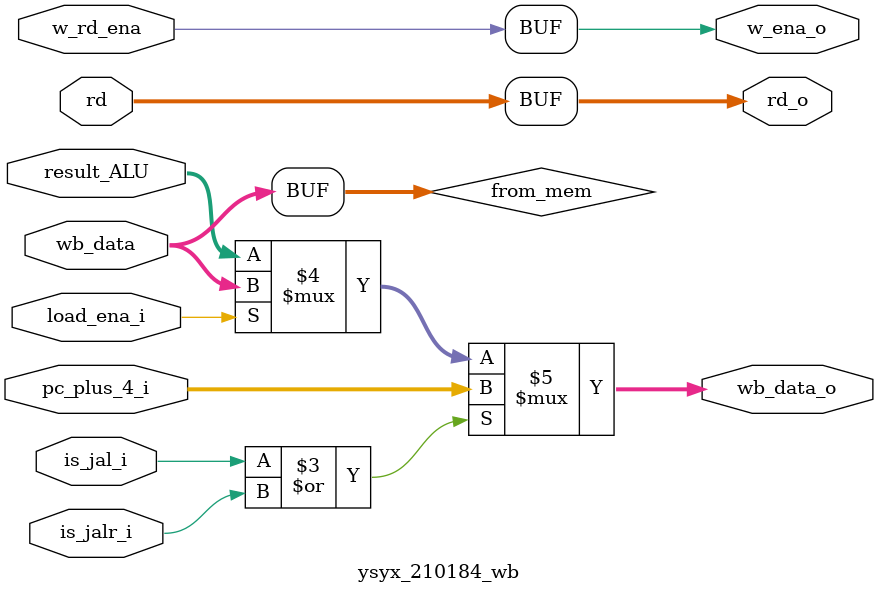
<source format=v>


module ysyx_210184 
(
     input clock,
    input reset,

    input io_interrupt,

    // AIX4 master
    input                              io_master_awready,
    output                             io_master_awvalid,
    output [31:0]                      io_master_awaddr,
    output [3:0]                       io_master_awid,
    output [7:0]                       io_master_awlen,
    output [2:0]                       io_master_awsize,
    output [1:0]                       io_master_awburst,

    input                              io_master_wready,
    output                             io_master_wvalid,
    output [63:0]                      io_master_wdata,
    output [7:0]                       io_master_wstrb,
    output                             io_master_wlast,
    
    output                             io_master_bready,
    input                              io_master_bvalid,
    input  [1:0]                       io_master_bresp,
    input  [3:0]                       io_master_bid,

    input                              io_master_arready,
    output                             io_master_arvalid,
    output [31:0]                      io_master_araddr,
    output [3:0]                       io_master_arid,
    output [7:0]                       io_master_arlen,
    output [2:0]                       io_master_arsize,
    output [1:0]                       io_master_arburst,

    output                             io_master_rready,
    input                              io_master_rvalid,
    input  [1:0]                       io_master_rresp,
    input  [63:0]                      io_master_rdata,
    input                              io_master_rlast,
    input  [3:0]                       io_master_rid,
    
    

/* verilator lint_off UNUSED */

    // AXI4 slave
    output                             io_slave_awready,
    input                              io_slave_awvalid,
    input [31:0]                       io_slave_awaddr,
    input [3:0]                        io_slave_awid,
    input [7:0]                        io_slave_awlen,
    input [2:0]                        io_slave_awsize,
    input [1:0]                        io_slave_awburst,

    output                             io_slave_wready,
    input                              io_slave_wvalid,
    input [63:0]                       io_slave_wdata,
    input [7:0]                        io_slave_wstrb,
    input                              io_slave_wlast,

    input                              io_slave_bready,
    output                             io_slave_bvalid,
    output  [1:0]                      io_slave_bresp,
    output  [3:0]                      io_slave_bid,

    output                             io_slave_arready,
    input                              io_slave_arvalid,
    input [31:0]                       io_slave_araddr,
    input [3:0]                        io_slave_arid,
    input [7:0]                        io_slave_arlen,
    input [2:0]                        io_slave_arsize,
    input [1:0]                        io_slave_arburst,

    input                              io_slave_rready,
    output                             io_slave_rvalid,
    output  [1:0]                      io_slave_rresp,
    output  [63:0]                     io_slave_rdata,
    output                             io_slave_rlast,
    output  [3:0]                      io_slave_rid

/* verilator lint_on UNUSED */
);


    // Put mvendorid to 64'b1
    // Put mvendorid to 64'b1
    // Put mvendorid to 64'b1
    // Put mvendorid to 64'b1
    // Put mvendorid to 64'b1
    // Put mvendorid to 64'b1
    // Put mvendorid to 64'b1
    // Put mvendorid to 64'b1
    // Put mvendorid to 64'b1
    // Put mvendorid to 64'b1
    // Put mvendorid to 64'b1
    // Put mvendorid to 64'b1
    // Put mvendorid to 64'b1
    // Put mvendorid to 64'b1
    // Put mvendorid to 64'b1
    // Put mvendorid to 64'b1
    // Put mvendorid to 64'b1
    // Put mvendorid to 64'b1
    // Put mvendorid to 64'b1
    // Put mvendorid to 64'b1
    // Put mvendorid to 64'b1
    // Put mvendorid to 64'b1
    // Put mvendorid to 64'b1
    // Put mvendorid to 64'b1

    // slave
    assign io_slave_awready = 1'b0;
    assign io_slave_wready = 1'b0;
    assign io_slave_bvalid = 1'b0;
    assign io_slave_bresp = 2'b00;
    assign io_slave_bid = 4'b00;
    assign io_slave_arready = 1'b0;
    assign io_slave_rvalid = 1'b0;
    assign io_slave_rresp = 2'b00;
    assign io_slave_rdata = 64'b0;
    assign io_slave_rlast = 1'b0;
    assign io_slave_rid = 4'b0;

    // parameter RW_DATA_WIDTH     = 64;
    // parameter RW_ADDR_WIDTH     = 64;
    parameter AXI_DATA_WIDTH    = 64;
    parameter AXI_ADDR_WIDTH    = 64;
    parameter AXI_ID_WIDTH      = 4;
    // parameter AXI_USER_WIDTH    = 1;
    //slave end

    // port name switch
    // wire clk;
    // assign clk = clock;
    // wire rst;
    // assign rst = reset;

    wire ext_intr;
    assign ext_intr = io_interrupt;

    wire                              axi_aw_ready_i;
    assign axi_aw_ready_i = io_master_awready;
    wire                              axi_aw_valid_o;
    assign io_master_awvalid = axi_aw_valid_o;
    wire [AXI_ADDR_WIDTH-1:0]         axi_aw_addr_o;
    assign io_master_awaddr = axi_aw_addr_o[31:0] | (32'b0 & axi_aw_addr_o[63:32]);
    // wire [2:0]                        axi_aw_prot_o;
    wire [AXI_ID_WIDTH-1:0]           axi_aw_id_o;
    assign io_master_awid = axi_aw_id_o;
    // wire [AXI_USER_WIDTH-1:0]         axi_aw_user_o;
    wire [7:0]                        axi_aw_len_o;
    assign io_master_awlen = axi_aw_len_o;
    wire [2:0]                        axi_aw_size_o;
    assign io_master_awsize = axi_aw_size_o;
    wire [1:0]                        axi_aw_burst_o;
    assign io_master_awburst = axi_aw_burst_o;
    // wire                              axi_aw_lock_o;
    // wire [3:0]                        axi_aw_cache_o;
    // wire [3:0]                        axi_aw_qos_o;
    // wire [3:0]                        axi_aw_region_o;

    wire                              axi_w_ready_i;
    assign axi_w_ready_i = io_master_wready;
    wire                              axi_w_valid_o;
    assign io_master_wvalid = axi_w_valid_o;
    wire [AXI_DATA_WIDTH-1:0]         axi_w_data_o;
    assign io_master_wdata = axi_w_data_o;
    wire [AXI_DATA_WIDTH/8-1:0]       axi_w_strb_o;
    assign io_master_wstrb = axi_w_strb_o;
    wire                              axi_w_last_o;
    assign io_master_wlast = axi_w_last_o;
    // wire [AXI_USER_WIDTH-1:0]         axi_w_user_o;

    wire                              axi_b_ready_o;
    assign io_master_bready = axi_b_ready_o;
    wire                              axi_b_valid_i;
    assign axi_b_valid_i = io_master_bvalid;
    wire  [1:0]                       axi_b_resp_i;
    assign axi_b_resp_i = io_master_bresp;
    wire  [AXI_ID_WIDTH-1:0]          axi_b_id_i;
    assign axi_b_id_i = io_master_bid;
    // wire  [AXI_USER_WIDTH-1:0]        axi_b_user_i;
    // assign axi_b_user_i = 1'b0;

    wire                              axi_ar_ready_i;
    assign axi_ar_ready_i = io_master_arready;
    wire                              axi_ar_valid_o;
    assign io_master_arvalid = axi_ar_valid_o;
    wire [AXI_ADDR_WIDTH-1:0]         axi_ar_addr_o;
    assign io_master_araddr = axi_ar_addr_o[31:0] | (32'b0 & axi_ar_addr_o[63:32]);
    // wire [2:0]                        axi_ar_prot_o;
    wire [AXI_ID_WIDTH-1:0]           axi_ar_id_o;
    assign io_master_arid = axi_ar_id_o;
    // wire [AXI_USER_WIDTH-1:0]         axi_ar_user_o;
    wire [7:0]                        axi_ar_len_o;
    assign io_master_arlen = axi_ar_len_o;
    wire [2:0]                        axi_ar_size_o;
    assign io_master_arsize = axi_ar_size_o;
    wire [1:0]                        axi_ar_burst_o;
    assign io_master_arburst = axi_ar_burst_o;
    // wire                              axi_ar_lock_o;
    // wire [3:0]                        axi_ar_cache_o;
    // wire [3:0]                        axi_ar_qos_o;
    // wire [3:0]                        axi_ar_region_o;

    wire                              axi_r_ready_o;
    assign io_master_rready = axi_r_ready_o;
    wire                              axi_r_valid_i;
    assign axi_r_valid_i = io_master_rvalid;
    wire  [1:0]                       axi_r_resp_i;
    assign axi_r_resp_i = io_master_rresp; 
    wire  [AXI_DATA_WIDTH-1:0]        axi_r_data_i;
    assign axi_r_data_i = io_master_rdata;
    wire                              axi_r_last_i;
    assign axi_r_last_i = io_master_rlast;
    wire  [AXI_ID_WIDTH-1:0]          axi_r_id_i;
    assign axi_r_id_i = io_master_rid; 
    // wire  [AXI_USER_WIDTH-1:0]        axi_r_user_i;
    // assign axi_r_user_i = 1'b0;


    // wire  [64 - 1 : 0] value_x10;
    // wire                     mac_ok;
    // wire  [64-1 : 0] pc_o;
    //  port name switch end


    // port define
    wire to_r_ena;
    wire to_w_ena;
    wire [64-1 : 0] to_addr;
    wire [64-1 : 0] to_w_data;
    wire [64-1 : 0] to_w_mask;

    wire [64-1 : 0] from_r_data;
    wire from_r_ready;
    wire from_w_ready;

    reg [64-1 : 0] mtime, mtimecmp, msip;

    wire mtime_intr;


    wire is_mtime, is_mtimecmp, is_msip, is_CLINT;
    reg [64-1 : 0] CLINT_r_data;
    reg                  CLINT_r_ready;
    reg                  CLINT_w_ready;

    wire to_axi_r_ena;
    wire to_axi_w_ena;
    wire [64-1 : 0] to_axi_addr;
    wire [64-1 : 0] to_axi_w_data;
    wire [64/8-1 : 0] to_axi_w_mask;

    wire [64-1 : 0] from_axi_r_data;
    wire from_axi_r_ready;
    wire from_axi_w_ready;

    wire no_Icache_to_axi4;
    wire is_fencei;

    //port define end


 

    ysyx_210184_core cpu_core(
        .clk(clock),
        .rst(reset),
        .r_data_axi4(from_r_data),
        .r_ready_axi4(from_r_ready),
        .w_ready_axi4(from_w_ready),

        .mtime_intr(mtime_intr),
        .ext_intr(ext_intr),
        .software_intr(msip[0]),

        .r_ena_axi4(to_r_ena),
        .w_ena_axi4(to_w_ena),
        .addr_axi4(to_addr),
        .w_data_axi4(to_w_data),
        .w_mask_axi4_64(to_w_mask),
    
        .no_Icache_to_axi4(no_Icache_to_axi4),
        .is_fencei(is_fencei)

        // .value_x10(value_x10),
        // .mac_ok(mac_ok),
        // .pc_o(pc_o)
    );


    assign from_r_data = CLINT_r_ready ? CLINT_r_data : from_axi_r_data;
    assign from_r_ready = CLINT_r_ready | from_axi_r_ready;
    assign from_w_ready = CLINT_w_ready | from_axi_w_ready;


    // mtime and mtimecmp
    reg [7:0] mtime_div;
    always @(posedge clock) begin
        if(reset) mtime <= 64'd0;
        else begin
            if(to_w_ena & is_mtime) mtime <= (mtime & (~to_w_mask)) | (to_w_data & (to_w_mask));
            else if(mtime_div == 8'b0) mtime <= mtime + 64'b1;
            else mtime <= mtime;
        end
    end

    always @(posedge clock) begin
        if(reset) mtime_div <= 8'b0;
        else if(mtime_div == 8'd2) mtime_div <= 8'b0;
        else mtime_div <= mtime_div + 8'd1;
    end



    always @(posedge clock) begin
        if(reset) mtimecmp <= 64'd0;
        else begin
            if(to_w_ena & is_mtimecmp) begin
                mtimecmp <= (mtimecmp & (~to_w_mask)) | (to_w_data & (to_w_mask));
            end
            else mtimecmp <= mtimecmp;
        end
    end

    always @(posedge clock) begin
        if(reset) msip <= 64'd0;
        else begin
            if(to_w_ena & is_msip) begin
                msip <= {63'b0, to_w_data[0]};
            end
            else msip <= msip;
        end
        
    end

    assign mtime_intr = (mtime > mtimecmp);

    assign is_mtime    = (to_addr[64-1 : 3] == 61'h4017ff) ;//0x200bff8
    assign is_mtimecmp = (to_addr[64-1 : 3] == 61'h400800) ;//0x2004000
    assign is_msip = (to_addr[64-1 : 3] == 61'h400000) ;//0x2000000
    assign is_CLINT = is_mtime | is_mtimecmp | is_msip;

    always @(posedge clock) begin
        if(reset) CLINT_r_data <= 64'b0;
        else begin
            CLINT_r_data <= {64{to_r_ena & is_mtime   }} & mtime   |
                            {64{to_r_ena & is_mtimecmp}} & mtimecmp|
                            {64{to_r_ena & is_msip    }} & msip;
        end
    end

    always @(posedge clock) begin
        if(reset) CLINT_r_ready <= 1'b0;
        else CLINT_r_ready <= to_r_ena & is_CLINT;
    end

    always @(posedge clock) begin
        if(reset) CLINT_w_ready <= 1'b0;
        else CLINT_w_ready <= to_w_ena & is_CLINT;
    end


    assign to_axi_r_ena = is_CLINT ? 1'b0 : to_r_ena;
    assign to_axi_w_ena = is_CLINT ? 1'b0 : to_w_ena;

    assign to_axi_addr = to_addr;
    assign to_axi_w_data = to_w_data;
    assign to_axi_w_mask = {to_w_mask[56], to_w_mask[48], to_w_mask[40], to_w_mask[32], to_w_mask[24], to_w_mask[16], to_w_mask[8], to_w_mask[0]};


    ysyx_210184_axirw axi4(
        .clk(clock),
        .rst(~reset),

	    .r_ena_i(to_axi_r_ena),
        .w_ena_i(to_axi_w_ena),
        .addr_i(to_axi_addr),
        .w_data_i(to_axi_w_data),
        .w_mask_i(to_axi_w_mask),

        .r_data_o(from_axi_r_data),
        .r_ready_o(from_axi_r_ready),
        .w_ready_o(from_axi_w_ready),

        .no_Icache_to_axi4(no_Icache_to_axi4),
        .is_fencei(is_fencei),

    // Advanced eXtensible Interface
        .axi_aw_ready_i(axi_aw_ready_i),
        .axi_aw_valid_o(axi_aw_valid_o),
        .axi_aw_addr_o(axi_aw_addr_o),
        // .axi_aw_prot_o(axi_aw_prot_o),
        .axi_aw_id_o(axi_aw_id_o),
        // .axi_aw_user_o(axi_aw_user_o),
        .axi_aw_len_o(axi_aw_len_o),
        .axi_aw_size_o(axi_aw_size_o),
        .axi_aw_burst_o(axi_aw_burst_o),
        // .axi_aw_lock_o(axi_aw_lock_o),
        // .axi_aw_cache_o(axi_aw_cache_o),
        // .axi_aw_qos_o(axi_aw_qos_o),
        // .axi_aw_region_o(axi_aw_region_o),

        .axi_w_ready_i(axi_w_ready_i),
        .axi_w_valid_o(axi_w_valid_o),
        .axi_w_data_o(axi_w_data_o),
        .axi_w_strb_o(axi_w_strb_o),
        .axi_w_last_o(axi_w_last_o),
        // .axi_w_user_o(axi_w_user_o),

        .axi_b_ready_o(axi_b_ready_o),
        .axi_b_valid_i(axi_b_valid_i),
        .axi_b_resp_i(axi_b_resp_i),
        .axi_b_id_i(axi_b_id_i),
        // .axi_b_user_i(axi_b_user_i),

        .axi_ar_ready_i(axi_ar_ready_i),
        .axi_ar_valid_o(axi_ar_valid_o),
        .axi_ar_addr_o(axi_ar_addr_o),
        // .axi_ar_prot_o(axi_ar_prot_o),
        .axi_ar_id_o(axi_ar_id_o),
        // .axi_ar_user_o(axi_ar_user_o),
        .axi_ar_len_o(axi_ar_len_o),
        .axi_ar_size_o(axi_ar_size_o),
        .axi_ar_burst_o(axi_ar_burst_o),
        // .axi_ar_lock_o(axi_ar_lock_o),
        // .axi_ar_cache_o(axi_ar_cache_o),
        // .axi_ar_qos_o(axi_ar_qos_o),
        // .axi_ar_region_o(axi_ar_region_o),

        .axi_r_ready_o(axi_r_ready_o),
        .axi_r_valid_i(axi_r_valid_i),
        .axi_r_resp_i(axi_r_resp_i),
        .axi_r_data_i(axi_r_data_i),
        .axi_r_last_i(axi_r_last_i),
        .axi_r_id_i  (axi_r_id_i  )
        // .axi_r_user_i(axi_r_user_i)
    );


endmodule


module ysyx_210184_MemAccCtrl(
    input wire clk,
    input wire rst,

    // with cpu
    input wire                  r_if_ena,
    input wire [64-1 : 0] r_if_addr,
    input wire [         2 : 0] r_if_bytes,

    input wire                  r_mem_ena,
    input wire                  w_mem_ena,
    input wire [64-1 : 0] rw_mem_addr,
    input wire [         2 : 0] rw_mem_bytes,
    input wire [64-1 : 0] w_mem_data,

    output wire                 ready,
    output wire [32-1 : 0] if_data,
    output wire [64-1 : 0] mem_data,

    //with AXI4

    input  [64-1 : 0] r_data_from_axi4,
    input                   r_ready_from_axi4,
    input                   w_ready_from_axi4,
    output r_ena_to_axi4,
    output w_ena_to_axi4,
    output [64-1 : 0] addr_to_axi4,
    output [64-1 : 0] w_data_to_axi4,
    output [         7 : 0] w_mask_to_axi4,

    output        reg       no_Icache,
    output        wire      is_fencei
);

    reg [3:0] state, nxt_state;
    reg ready_reg;
    reg [32-1 : 0] if_data_reg;
    reg [64-1 : 0] mem_data_reg;


    // is misaligned IF
    wire [3:0] remain_bytes_IF;
    wire [3:0] need_bytes_IF;
    wire misalign_IF;
    wire [4:0] additional_bytes_IF;
    // is misaligned MEM
    wire [3:0] remain_bytes_MEM;
    wire [3:0] need_bytes_MEM;
    wire misalign_MEM;
    wire [4:0] additional_bytes_MEM;
    //Output <> AXI4
    reg r_ena_to_axi4_reg;
    reg w_ena_to_axi4_reg;
    reg [64-1 : 0] addr_to_axi4_reg;
    reg [64-1 : 0] w_data_to_axi4_reg;
    reg [         7 : 0] w_mask_to_axi4_reg;
    // with cache
    reg  [5  :0] Icache_0_addr;
    wire [127:0] Icache_0_rdata;
    reg [127:0] Icache_0_rdata_fix_timing;
    reg          Icache_0_cen;
    reg          Icache_0_wen;
    reg  [127:0] Icache_0_wdata;
    // reg  [109:0] Icache_0_wdata;
    wire         is_Icache_0_miss;
    reg  [127:0] Icache_0_valid;

    reg  [5  :0] Icache_1_addr;
    wire [127:0] Icache_1_rdata;
    reg [127:0] Icache_1_rdata_fix_timing;
    reg          Icache_1_cen;
    reg          Icache_1_wen;
    reg  [127:0] Icache_1_wdata;
    // reg  [109:0] Icache_1_wdata;
    wire         is_Icache_1_miss;
    reg  [127:0] Icache_1_valid;

    reg  [1:0] Icache_priority[0:127];

    wire is_fencei_inifreg;

    assign is_fencei = is_fencei_inifreg;


    assign is_fencei_inifreg = if_data_reg == 32'h100f;
    always @(posedge clk) begin
        if(rst) no_Icache <= 1'b0;
        else no_Icache <= is_fencei_inifreg | ~(nxt_state==4'd1 | nxt_state==4'd2);
    end


    // State register

    always @(posedge clk) begin
        if(rst) state <= 4'd0;
        else state <= nxt_state;
    end

    always@(*) case(state)
        4'd0: begin
            if(r_mem_ena) nxt_state = 4'd3;
            else if(w_mem_ena) nxt_state = 4'd5;
            else if(r_if_ena) nxt_state = 4'd8;
            else nxt_state = 4'd0;
        end
        4'd1: begin
            if(r_ready_from_axi4 & (~misalign_IF) & r_if_addr[1:0] != 2'b00) nxt_state = 4'd7;
            else if(r_ready_from_axi4 & (~misalign_IF) & r_if_addr[1:0] == 2'b00) nxt_state = 4'd10;
            else if(r_ready_from_axi4 & misalign_IF) nxt_state = 4'd2;
            else nxt_state = 4'd1;
        end
        4'd2: begin
            if(r_ready_from_axi4) nxt_state = 4'd7;
            else nxt_state = 4'd2;
        end
        4'd3: begin
            if(r_ready_from_axi4 & (~misalign_MEM)) nxt_state = 4'd8;
            else if(r_ready_from_axi4 & misalign_MEM) nxt_state = 4'd4;
            else nxt_state = 4'd3;
        end
        4'd4: begin
            if(r_ready_from_axi4) nxt_state = 4'd8;
            else nxt_state = 4'd4;
        end
        4'd5: begin
            if(w_ready_from_axi4 & (~misalign_MEM)) nxt_state = 4'd8;
            else if(w_ready_from_axi4 & misalign_MEM) nxt_state = 4'd6;
            else nxt_state = 4'd5;
        end
        4'd6: begin
            if(w_ready_from_axi4) nxt_state = 4'd8;
            else nxt_state = 4'd6;
        end
        4'd7: nxt_state = 4'd0;
        4'd8: nxt_state = 4'd11;
        4'd9: begin
            if(is_Icache_0_miss & is_Icache_1_miss) nxt_state = 4'd1;
            else nxt_state = 4'd7;
        end
        4'd10: nxt_state = 4'd7;
        4'd11: nxt_state = 4'd9;
        default: nxt_state = 4'd0;
    endcase



    // with cache
    // integer i;
    always @(posedge clk) begin
        if(rst) begin
            // for(i=0; i<128; i=i+1) begin
            //     Icache_priority[i] <= 2'b01;
            // end
            Icache_priority[0] <= 2'b01;
            Icache_priority[1] <= 2'b01;
            Icache_priority[2] <= 2'b01;
            Icache_priority[3] <= 2'b01;
            Icache_priority[4] <= 2'b01;
            Icache_priority[5] <= 2'b01;
            Icache_priority[6] <= 2'b01;
            Icache_priority[7] <= 2'b01;
            Icache_priority[8] <= 2'b01;
            Icache_priority[9] <= 2'b01;
            Icache_priority[10] <= 2'b01;
            Icache_priority[11] <= 2'b01;
            Icache_priority[12] <= 2'b01;
            Icache_priority[13] <= 2'b01;
            Icache_priority[14] <= 2'b01;
            Icache_priority[15] <= 2'b01;
            Icache_priority[16] <= 2'b01;
            Icache_priority[17] <= 2'b01;
            Icache_priority[18] <= 2'b01;
            Icache_priority[19] <= 2'b01;
            Icache_priority[20] <= 2'b01;
            Icache_priority[21] <= 2'b01;
            Icache_priority[22] <= 2'b01;
            Icache_priority[23] <= 2'b01;
            Icache_priority[24] <= 2'b01;
            Icache_priority[25] <= 2'b01;
            Icache_priority[26] <= 2'b01;
            Icache_priority[27] <= 2'b01;
            Icache_priority[28] <= 2'b01;
            Icache_priority[29] <= 2'b01;
            Icache_priority[30] <= 2'b01;
            Icache_priority[31] <= 2'b01;
            Icache_priority[32] <= 2'b01;
            Icache_priority[33] <= 2'b01;
            Icache_priority[34] <= 2'b01;
            Icache_priority[35] <= 2'b01;
            Icache_priority[36] <= 2'b01;
            Icache_priority[37] <= 2'b01;
            Icache_priority[38] <= 2'b01;
            Icache_priority[39] <= 2'b01;
            Icache_priority[40] <= 2'b01;
            Icache_priority[41] <= 2'b01;
            Icache_priority[42] <= 2'b01;
            Icache_priority[43] <= 2'b01;
            Icache_priority[44] <= 2'b01;
            Icache_priority[45] <= 2'b01;
            Icache_priority[46] <= 2'b01;
            Icache_priority[47] <= 2'b01;
            Icache_priority[48] <= 2'b01;
            Icache_priority[49] <= 2'b01;
            Icache_priority[50] <= 2'b01;
            Icache_priority[51] <= 2'b01;
            Icache_priority[52] <= 2'b01;
            Icache_priority[53] <= 2'b01;
            Icache_priority[54] <= 2'b01;
            Icache_priority[55] <= 2'b01;
            Icache_priority[56] <= 2'b01;
            Icache_priority[57] <= 2'b01;
            Icache_priority[58] <= 2'b01;
            Icache_priority[59] <= 2'b01;
            Icache_priority[60] <= 2'b01;
            Icache_priority[61] <= 2'b01;
            Icache_priority[62] <= 2'b01;
            Icache_priority[63] <= 2'b01;
            Icache_priority[64] <= 2'b01;
            Icache_priority[65] <= 2'b01;
            Icache_priority[66] <= 2'b01;
            Icache_priority[67] <= 2'b01;
            Icache_priority[68] <= 2'b01;
            Icache_priority[69] <= 2'b01;
            Icache_priority[70] <= 2'b01;
            Icache_priority[71] <= 2'b01;
            Icache_priority[72] <= 2'b01;
            Icache_priority[73] <= 2'b01;
            Icache_priority[74] <= 2'b01;
            Icache_priority[75] <= 2'b01;
            Icache_priority[76] <= 2'b01;
            Icache_priority[77] <= 2'b01;
            Icache_priority[78] <= 2'b01;
            Icache_priority[79] <= 2'b01;
            Icache_priority[80] <= 2'b01;
            Icache_priority[81] <= 2'b01;
            Icache_priority[82] <= 2'b01;
            Icache_priority[83] <= 2'b01;
            Icache_priority[84] <= 2'b01;
            Icache_priority[85] <= 2'b01;
            Icache_priority[86] <= 2'b01;
            Icache_priority[87] <= 2'b01;
            Icache_priority[88] <= 2'b01;
            Icache_priority[89] <= 2'b01;
            Icache_priority[90] <= 2'b01;
            Icache_priority[91] <= 2'b01;
            Icache_priority[92] <= 2'b01;
            Icache_priority[93] <= 2'b01;
            Icache_priority[94] <= 2'b01;
            Icache_priority[95] <= 2'b01;
            Icache_priority[96] <= 2'b01;
            Icache_priority[97] <= 2'b01;
            Icache_priority[98] <= 2'b01;
            Icache_priority[99] <= 2'b01;
            Icache_priority[100] <= 2'b01;
            Icache_priority[101] <= 2'b01;
            Icache_priority[102] <= 2'b01;
            Icache_priority[103] <= 2'b01;
            Icache_priority[104] <= 2'b01;
            Icache_priority[105] <= 2'b01;
            Icache_priority[106] <= 2'b01;
            Icache_priority[107] <= 2'b01;
            Icache_priority[108] <= 2'b01;
            Icache_priority[109] <= 2'b01;
            Icache_priority[110] <= 2'b01;
            Icache_priority[111] <= 2'b01;
            Icache_priority[112] <= 2'b01;
            Icache_priority[113] <= 2'b01;
            Icache_priority[114] <= 2'b01;
            Icache_priority[115] <= 2'b01;
            Icache_priority[116] <= 2'b01;
            Icache_priority[117] <= 2'b01;
            Icache_priority[118] <= 2'b01;
            Icache_priority[119] <= 2'b01;
            Icache_priority[120] <= 2'b01;
            Icache_priority[121] <= 2'b01;
            Icache_priority[122] <= 2'b01;
            Icache_priority[123] <= 2'b01;
            Icache_priority[124] <= 2'b01;
            Icache_priority[125] <= 2'b01;
            Icache_priority[126] <= 2'b01;
            Icache_priority[127] <= 2'b01;
        end
        else if(state==4'd9 && ~is_Icache_0_miss) begin
            case(Icache_priority[r_if_addr[8:2]])
                2'b00: Icache_priority[r_if_addr[8:2]] <= 2'b01;
                2'b01: Icache_priority[r_if_addr[8:2]] <= 2'b10;
                2'b10: Icache_priority[r_if_addr[8:2]] <= 2'b11;
                2'b11: Icache_priority[r_if_addr[8:2]] <= 2'b11;
            endcase
        end
        else if(state==4'd9 && ~is_Icache_1_miss) begin
            case(Icache_priority[r_if_addr[8:2]])
                2'b00: Icache_priority[r_if_addr[8:2]] <= 2'b00;
                2'b01: Icache_priority[r_if_addr[8:2]] <= 2'b00;
                2'b10: Icache_priority[r_if_addr[8:2]] <= 2'b01;
                2'b11: Icache_priority[r_if_addr[8:2]] <= 2'b10;
            endcase
        end
        else if(state == 4'd10) begin
            case(Icache_priority[r_if_addr[8:2]])
                2'b00: Icache_priority[r_if_addr[8:2]] <= 2'b10;
                2'b01: Icache_priority[r_if_addr[8:2]] <= 2'b10;
                2'b10: Icache_priority[r_if_addr[8:2]] <= 2'b01;
                2'b11: Icache_priority[r_if_addr[8:2]] <= 2'b10;
            endcase
        end
        // else begin
            // for(i=0; i<128; i=i+1) Icache_priority[i] <= Icache_priority[i];
        // end
    end

    always @(posedge clk) begin
        if(rst) begin
            Icache_0_addr <= 6'b0;
            Icache_1_addr <= 6'b0;
        end
        else if(nxt_state == 4'd8)begin
            Icache_0_addr <= r_if_addr[8:3];
            Icache_1_addr <= r_if_addr[8:3];
        end 
        else begin
            Icache_0_addr <= Icache_0_addr;
            Icache_1_addr <= Icache_1_addr;
        end 
    end

    always @(posedge clk) begin
        if(rst) begin
            Icache_0_cen <= 1'b1;
            Icache_1_cen <= 1'b1;
        end
        else if(nxt_state == 4'd8) begin
            Icache_0_cen <= 1'b0;
            Icache_1_cen <= 1'b0;
        end
        else if(nxt_state == 4'd10) begin
            Icache_0_cen <= Icache_priority[r_if_addr[8:2]][1] ? 1'b1 : 1'b0;
            Icache_1_cen <= Icache_priority[r_if_addr[8:2]][1] ? 1'b0 : 1'b1;
        end
        else begin
            Icache_0_cen <= 1'b1;
            Icache_1_cen <= 1'b1;
        end
    end

    always @(posedge clk) begin
        if(rst) Icache_0_wen <= 1'b1;
        else if(nxt_state == 4'd10)begin
            Icache_0_wen <= Icache_priority[r_if_addr[8:2]][1] ? 1'b1 : 1'b0;
        end
        else Icache_0_wen <= 1'b1;
    end 
    always @(posedge clk) begin
        if(rst) Icache_1_wen <= 1'b1;
        else if(nxt_state == 4'd10) begin 
            Icache_1_wen <= Icache_priority[r_if_addr[8:2]][1] ? 1'b0 : 1'b1;
        end
        else Icache_1_wen <= 1'b1;
    end

    always @(posedge clk) begin
        if(rst) begin
            Icache_0_wdata <= 128'b0;
            Icache_0_valid <= 128'b0;
        end
        else if(nxt_state == 4'd1) Icache_0_wdata[111:0] <= Icache_0_rdata_fix_timing[111:0];
        else if(nxt_state == 4'd10) begin
            if(~r_if_addr[2]) begin
                Icache_0_wdata[110] <= 1'b1;
                Icache_0_wdata[86:64] <= r_if_addr[31:9];
                Icache_0_wdata[31:0] <= r_data_from_axi4[31:0];
                if(~Icache_priority[r_if_addr[8:2]][1]) Icache_0_valid[{Icache_0_addr, 1'b0}] <= 1'b1;
            end
            else begin
                Icache_0_wdata[111] <= 1'b1;
                Icache_0_wdata[109:87] <= r_if_addr[31:9];
                Icache_0_wdata[63:32] <= r_data_from_axi4[63:32];
                if(~Icache_priority[r_if_addr[8:2]][1]) Icache_0_valid[{Icache_0_addr, 1'b1}] <= 1'b1;
            end
        end
        else if(state==4'd7 && is_fencei_inifreg) begin
            Icache_0_wdata <= Icache_0_wdata;
            Icache_0_valid <= 128'b0;
        end
        else begin
            Icache_0_wdata <= Icache_0_wdata;
            Icache_0_valid <= Icache_0_valid;
        end
    end
    always @(posedge clk) begin
        if(rst) begin
            Icache_1_wdata <= 128'b0;
            Icache_1_valid <= 128'b0;
        end
        else if(nxt_state == 4'd1) Icache_1_wdata[111:0] <= Icache_1_rdata_fix_timing[111:0];
        else if(nxt_state == 4'd10) begin
            if(~r_if_addr[2]) begin
                Icache_1_wdata[110] <= 1'b1;
                Icache_1_wdata[86:64] <= r_if_addr[31:9];
                Icache_1_wdata[31:0] <= r_data_from_axi4[31:0];
                if(Icache_priority[r_if_addr[8:2]][1]) Icache_1_valid[{Icache_1_addr, 1'b0}] <= 1'b1;
            end
            else begin
                Icache_1_wdata[111] <= 1'b1;
                Icache_1_wdata[109:87] <= r_if_addr[31:9];
                Icache_1_wdata[63:32] <= r_data_from_axi4[63:32];
                if(Icache_priority[r_if_addr[8:2]][1]) Icache_1_valid[{Icache_1_addr, 1'b1}] <= 1'b1;
            end
        end
        else if(state==4'd7 && is_fencei_inifreg) begin
            Icache_1_wdata <= Icache_1_wdata;
            Icache_1_valid <= 128'b0;
        end
        else begin
            Icache_1_wdata <= Icache_1_wdata;
            Icache_1_valid <= Icache_1_valid;
        end
    end

    always @(posedge clk) begin
        if(rst) Icache_0_rdata_fix_timing <= 128'b0;
        else if(nxt_state == 4'd9) Icache_0_rdata_fix_timing <= Icache_0_rdata;
        else Icache_0_rdata_fix_timing <= Icache_0_rdata_fix_timing;
    end
    always @(posedge clk) begin
        if(rst) Icache_1_rdata_fix_timing <= 128'b0;
        else if(nxt_state == 4'd9) Icache_1_rdata_fix_timing <= Icache_1_rdata;
        else Icache_1_rdata_fix_timing <= Icache_1_rdata_fix_timing;
    end


    wire Icache_0_hit_1 = r_if_addr[2] & Icache_0_valid[{Icache_0_addr, 1'b1}] & (r_if_addr[31:9] == Icache_0_rdata_fix_timing[109:87]);
    wire Icache_0_hit_0 = ~r_if_addr[2] & Icache_0_valid[{Icache_0_addr, 1'b0}] & (r_if_addr[31:9] == Icache_0_rdata_fix_timing[86:64]);
    assign is_Icache_0_miss = ~( (Icache_0_hit_1 | Icache_0_hit_0) & r_if_addr[1:0] == 2'b00 );

    wire Icache_1_hit_1 = r_if_addr[2] & Icache_1_valid[{Icache_1_addr, 1'b1}] & (r_if_addr[31:9] == Icache_1_rdata_fix_timing[109:87]);
    wire Icache_1_hit_0 = ~r_if_addr[2] & Icache_1_valid[{Icache_1_addr, 1'b0}] & (r_if_addr[31:9] == Icache_1_rdata_fix_timing[86:64]);
    assign is_Icache_1_miss = ~( (Icache_1_hit_1 | Icache_1_hit_0) & r_if_addr[1:0] == 2'b00 );

    S011HD1P_X32Y2D128 Icache_0(
        .Q(Icache_0_rdata), 
        .CLK(clk), 
        .CEN(Icache_0_cen), 
        .WEN(Icache_0_wen), 
        .A(Icache_0_addr), 
        .D(Icache_0_wdata)
    );
    S011HD1P_X32Y2D128 Icache_1(
        .Q(Icache_1_rdata), 
        .CLK(clk), 
        .CEN(Icache_1_cen), 
        .WEN(Icache_1_wen), 
        .A(Icache_1_addr), 
        .D(Icache_1_wdata)
    );

    // output <> cpu
    assign ready = ready_reg;
    assign if_data = if_data_reg;
    assign mem_data = mem_data_reg;

    always@(posedge clk) begin
        if(rst) ready_reg <= 1'b0;
        else ready_reg <= (nxt_state == 4'd7);
    end

    always @(posedge clk) begin
        if(rst) if_data_reg <= 32'd0;
        else begin
            if(state==4'd1 && r_ready_from_axi4)begin
                case(r_if_addr[2:0]) 
                    3'b000: if_data_reg <= r_data_from_axi4[4*8-1:0*8];
                    3'b001: if_data_reg <= r_data_from_axi4[5*8-1:1*8];
                    3'b010: if_data_reg <= r_data_from_axi4[6*8-1:2*8];
                    3'b011: if_data_reg <= r_data_from_axi4[7*8-1:3*8];
                    3'b100: if_data_reg <= r_data_from_axi4[8*8-1:4*8];
                    3'b101: if_data_reg <= {8'b0, r_data_from_axi4[8*8-1:5*8]};
                    3'b110: if_data_reg <= {16'b0, r_data_from_axi4[8*8-1:6*8]};
                    3'b111: if_data_reg <= {24'b0, r_data_from_axi4[8*8-1:7*8]};
                endcase
            end
            else if(state==4'd2 && r_ready_from_axi4)begin
                case(r_if_addr[2:0])
                    3'b000: if_data_reg <= if_data_reg;
                    3'b001: if_data_reg <= if_data_reg;
                    3'b010: if_data_reg <= if_data_reg;
                    3'b011: if_data_reg <= if_data_reg;
                    3'b100: if_data_reg <= if_data_reg;
                    3'b101: if_data_reg <= {r_data_from_axi4[1*8-1:0], if_data_reg[3*8-1:0*8]};
                    3'b110: if_data_reg <= {r_data_from_axi4[2*8-1:0], if_data_reg[2*8-1:0*8]};
                    3'b111: if_data_reg <= {r_data_from_axi4[3*8-1:0], if_data_reg[1*8-1:0*8]};
                endcase
            end
            else if(state==4'd9 && ~(is_Icache_0_miss & is_Icache_1_miss)) begin
                if(~is_Icache_0_miss) begin
                    if(~r_if_addr[2]) if_data_reg <= Icache_0_rdata_fix_timing[31:0];
                    else if_data_reg <= Icache_0_rdata_fix_timing[63:32];
                end
                if(~is_Icache_1_miss) begin
                    if(~r_if_addr[2]) if_data_reg <= Icache_1_rdata_fix_timing[31:0];
                    else if_data_reg <= Icache_1_rdata_fix_timing[63:32];
                end
            end
            else if_data_reg <= if_data_reg;
        end
    end

    always @(posedge clk) begin
        if(rst) mem_data_reg <= 64'd0;
        else begin
            if(state==4'd3 && r_ready_from_axi4)begin
                case(rw_mem_bytes[1:0])
                    2'b00: case(rw_mem_addr[2:0])
                        3'b000: mem_data_reg <= {{56{r_data_from_axi4[1*8-1]&(~rw_mem_bytes[2])}}, r_data_from_axi4[1*8-1:0*8]};
                        3'b001: mem_data_reg <= {{56{r_data_from_axi4[2*8-1]&(~rw_mem_bytes[2])}}, r_data_from_axi4[2*8-1:1*8]};
                        3'b010: mem_data_reg <= {{56{r_data_from_axi4[3*8-1]&(~rw_mem_bytes[2])}}, r_data_from_axi4[3*8-1:2*8]};
                        3'b011: mem_data_reg <= {{56{r_data_from_axi4[4*8-1]&(~rw_mem_bytes[2])}}, r_data_from_axi4[4*8-1:3*8]};
                        3'b100: mem_data_reg <= {{56{r_data_from_axi4[5*8-1]&(~rw_mem_bytes[2])}}, r_data_from_axi4[5*8-1:4*8]};
                        3'b101: mem_data_reg <= {{56{r_data_from_axi4[6*8-1]&(~rw_mem_bytes[2])}}, r_data_from_axi4[6*8-1:5*8]};
                        3'b110: mem_data_reg <= {{56{r_data_from_axi4[7*8-1]&(~rw_mem_bytes[2])}}, r_data_from_axi4[7*8-1:6*8]};
                        3'b111: mem_data_reg <= {{56{r_data_from_axi4[8*8-1]&(~rw_mem_bytes[2])}}, r_data_from_axi4[8*8-1:7*8]};
                    endcase
                    2'b01: case(rw_mem_addr[2:0])
                        3'b000: mem_data_reg <= {{48{r_data_from_axi4[2*8-1]&(~rw_mem_bytes[2])}}, r_data_from_axi4[2*8-1:0*8]};
                        3'b001: mem_data_reg <= {{48{r_data_from_axi4[3*8-1]&(~rw_mem_bytes[2])}}, r_data_from_axi4[3*8-1:1*8]};
                        3'b010: mem_data_reg <= {{48{r_data_from_axi4[4*8-1]&(~rw_mem_bytes[2])}}, r_data_from_axi4[4*8-1:2*8]};
                        3'b011: mem_data_reg <= {{48{r_data_from_axi4[5*8-1]&(~rw_mem_bytes[2])}}, r_data_from_axi4[5*8-1:3*8]};
                        3'b100: mem_data_reg <= {{48{r_data_from_axi4[6*8-1]&(~rw_mem_bytes[2])}}, r_data_from_axi4[6*8-1:4*8]};
                        3'b101: mem_data_reg <= {{48{r_data_from_axi4[7*8-1]&(~rw_mem_bytes[2])}}, r_data_from_axi4[7*8-1:5*8]};
                        3'b110: mem_data_reg <= {{48{r_data_from_axi4[8*8-1]&(~rw_mem_bytes[2])}}, r_data_from_axi4[8*8-1:6*8]};
                        3'b111: mem_data_reg <= {{56{r_data_from_axi4[8*8-1]&(~rw_mem_bytes[2])}}, r_data_from_axi4[8*8-1:7*8]};
                    endcase
                    2'b10: case(rw_mem_addr[2:0])
                        3'b000: mem_data_reg <= {{32{r_data_from_axi4[4*8-1]&(~rw_mem_bytes[2])}}, r_data_from_axi4[4*8-1:0*8]};
                        3'b001: mem_data_reg <= {{32{r_data_from_axi4[5*8-1]&(~rw_mem_bytes[2])}}, r_data_from_axi4[5*8-1:1*8]};
                        3'b010: mem_data_reg <= {{32{r_data_from_axi4[6*8-1]&(~rw_mem_bytes[2])}}, r_data_from_axi4[6*8-1:2*8]};
                        3'b011: mem_data_reg <= {{32{r_data_from_axi4[7*8-1]&(~rw_mem_bytes[2])}}, r_data_from_axi4[7*8-1:3*8]};
                        3'b100: mem_data_reg <= {{32{r_data_from_axi4[8*8-1]&(~rw_mem_bytes[2])}}, r_data_from_axi4[8*8-1:4*8]};
                        3'b101: mem_data_reg <= {{40{r_data_from_axi4[8*8-1]&(~rw_mem_bytes[2])}}, r_data_from_axi4[8*8-1:5*8]};
                        3'b110: mem_data_reg <= {{48{r_data_from_axi4[8*8-1]&(~rw_mem_bytes[2])}}, r_data_from_axi4[8*8-1:6*8]};
                        3'b111: mem_data_reg <= {{56{r_data_from_axi4[8*8-1]&(~rw_mem_bytes[2])}}, r_data_from_axi4[8*8-1:7*8]};
                    endcase
                    2'b11: case(rw_mem_addr[2:0])
                        3'b000: mem_data_reg <= r_data_from_axi4[8*8-1:0*8];
                        3'b001: mem_data_reg <= {{ 8{r_data_from_axi4[8*8-1]&(~rw_mem_bytes[2])}}, r_data_from_axi4[8*8-1:1*8]};
                        3'b010: mem_data_reg <= {{16{r_data_from_axi4[8*8-1]&(~rw_mem_bytes[2])}}, r_data_from_axi4[8*8-1:2*8]};
                        3'b011: mem_data_reg <= {{24{r_data_from_axi4[8*8-1]&(~rw_mem_bytes[2])}}, r_data_from_axi4[8*8-1:3*8]};
                        3'b100: mem_data_reg <= {{32{r_data_from_axi4[8*8-1]&(~rw_mem_bytes[2])}}, r_data_from_axi4[8*8-1:4*8]};
                        3'b101: mem_data_reg <= {{40{r_data_from_axi4[8*8-1]&(~rw_mem_bytes[2])}}, r_data_from_axi4[8*8-1:5*8]};
                        3'b110: mem_data_reg <= {{48{r_data_from_axi4[8*8-1]&(~rw_mem_bytes[2])}}, r_data_from_axi4[8*8-1:6*8]};
                        3'b111: mem_data_reg <= {{56{r_data_from_axi4[8*8-1]&(~rw_mem_bytes[2])}}, r_data_from_axi4[8*8-1:7*8]};
                    endcase
                endcase
            end  
            else if(state==4'd4 && r_ready_from_axi4) begin
                case(rw_mem_bytes[1:0])
                    2'b00: mem_data_reg <= mem_data_reg;
                    2'b01: case(rw_mem_addr[2:0])
                        3'b111: mem_data_reg <= {{48{r_data_from_axi4[1*8-1]&(~rw_mem_bytes[2])}}, r_data_from_axi4[1*8-1:0*8], mem_data_reg[1*8-1:0*8]};
                        default: mem_data_reg <= mem_data_reg;
                    endcase
                    2'b10: case(rw_mem_addr[2:0])
                        3'b101: mem_data_reg <= {{32{r_data_from_axi4[1*8-1]&(~rw_mem_bytes[2])}}, r_data_from_axi4[1*8-1:0*8], mem_data_reg[3*8-1:0*8]};
                        3'b110: mem_data_reg <= {{32{r_data_from_axi4[2*8-1]&(~rw_mem_bytes[2])}}, r_data_from_axi4[2*8-1:0*8], mem_data_reg[2*8-1:0*8]};
                        3'b111: mem_data_reg <= {{32{r_data_from_axi4[3*8-1]&(~rw_mem_bytes[2])}}, r_data_from_axi4[3*8-1:0*8], mem_data_reg[1*8-1:0*8]};
                        default: mem_data_reg <= mem_data_reg;
                    endcase
                    2'b11: case(rw_mem_addr[2:0])
                        3'b001: mem_data_reg <= {r_data_from_axi4[1*8-1:0*8], mem_data_reg[7*8-1:0*8]};
                        3'b010: mem_data_reg <= {r_data_from_axi4[2*8-1:0*8], mem_data_reg[6*8-1:0*8]};
                        3'b011: mem_data_reg <= {r_data_from_axi4[3*8-1:0*8], mem_data_reg[5*8-1:0*8]};
                        3'b100: mem_data_reg <= {r_data_from_axi4[4*8-1:0*8], mem_data_reg[4*8-1:0*8]};
                        3'b101: mem_data_reg <= {r_data_from_axi4[5*8-1:0*8], mem_data_reg[3*8-1:0*8]};
                        3'b110: mem_data_reg <= {r_data_from_axi4[6*8-1:0*8], mem_data_reg[2*8-1:0*8]};
                        3'b111: mem_data_reg <= {r_data_from_axi4[7*8-1:0*8], mem_data_reg[1*8-1:0*8]};
                        default: mem_data_reg <= mem_data_reg;
                    endcase
                endcase
            end
            else mem_data_reg <= mem_data_reg;
        end
    end




    assign need_bytes_IF = {r_if_bytes[1]&r_if_bytes[0], r_if_bytes[1]&(~r_if_bytes[0]), (~r_if_bytes[1])&r_if_bytes[0], (~r_if_bytes[1])&(~r_if_bytes[0])} | {4{r_if_bytes[2]}};
    assign remain_bytes_IF = 4'b1000 - {1'b0, r_if_addr[2:0]};
    assign additional_bytes_IF = {1'b0, need_bytes_IF} - {1'b0, remain_bytes_IF};
    assign misalign_IF = ~((additional_bytes_IF[4]) | (additional_bytes_IF==5'b0));



    assign need_bytes_MEM = {rw_mem_bytes[1]&rw_mem_bytes[0], rw_mem_bytes[1]&(~rw_mem_bytes[0]), (~rw_mem_bytes[1])&rw_mem_bytes[0], (~rw_mem_bytes[1])&(~rw_mem_bytes[0])};
    assign remain_bytes_MEM = 4'b1000 - {1'b0, rw_mem_addr[2:0]};
    assign additional_bytes_MEM = {1'b0, need_bytes_MEM} - {1'b0, remain_bytes_MEM};
    assign misalign_MEM = ~((additional_bytes_MEM[4]) | (additional_bytes_MEM==5'b0));




    assign r_ena_to_axi4 = r_ena_to_axi4_reg;
    assign w_ena_to_axi4 = w_ena_to_axi4_reg;
    assign addr_to_axi4  = addr_to_axi4_reg;
    assign w_data_to_axi4 = w_data_to_axi4_reg;
    assign w_mask_to_axi4   = w_mask_to_axi4_reg;

    always @(posedge clk) begin
        if(rst) r_ena_to_axi4_reg <= 1'b0;
        else r_ena_to_axi4_reg <= (nxt_state==4'd1 | nxt_state==4'd2 | nxt_state==4'd3 | nxt_state==4'd4) & (state != nxt_state); 
    end

    always @(posedge clk) begin
        if(rst) w_ena_to_axi4_reg <= 1'b0;
        else w_ena_to_axi4_reg <= (nxt_state==4'd5 | nxt_state==4'd6) & (state != nxt_state);
    end

    wire [63:0] if_addr_p_8;
    assign if_addr_p_8 = {r_if_addr[63:3] + 61'b1, 3'b000};
    wire [63:0] mem_addr_p_8;
    assign mem_addr_p_8 = {rw_mem_addr[63:3] + 61'b1, 3'b000};
    always @(posedge clk) begin
        if(rst) addr_to_axi4_reg <= 64'd0;
        else begin
            case(nxt_state)
                4'd1: addr_to_axi4_reg <= r_if_addr;
                4'd2: addr_to_axi4_reg <= if_addr_p_8;
                4'd3, 4'd5: addr_to_axi4_reg <= rw_mem_addr;
                4'd4, 4'd6: addr_to_axi4_reg <= mem_addr_p_8;
                default: addr_to_axi4_reg <= addr_to_axi4_reg;
            endcase
        end
    end


    always @(posedge clk) begin
        if(rst) w_data_to_axi4_reg <= 64'd0;
        else if(nxt_state==4'd5) begin
            case(rw_mem_bytes[1:0])
                2'b00: case(rw_mem_addr[2:0])
                    3'b000: w_data_to_axi4_reg <= {56'b0, w_mem_data[1*8-1:0*8]};
                    3'b001: w_data_to_axi4_reg <= {48'b0, w_mem_data[1*8-1:0*8],  8'b0};
                    3'b010: w_data_to_axi4_reg <= {40'b0, w_mem_data[1*8-1:0*8], 16'b0};
                    3'b011: w_data_to_axi4_reg <= {32'b0, w_mem_data[1*8-1:0*8], 24'b0};
                    3'b100: w_data_to_axi4_reg <= {24'b0, w_mem_data[1*8-1:0*8], 32'b0};
                    3'b101: w_data_to_axi4_reg <= {16'b0, w_mem_data[1*8-1:0*8], 40'b0};
                    3'b110: w_data_to_axi4_reg <= { 8'b0, w_mem_data[1*8-1:0*8], 48'b0};
                    3'b111: w_data_to_axi4_reg <= {       w_mem_data[1*8-1:0*8], 56'b0};
                endcase
                2'b01: case (rw_mem_addr[2:0])
                    3'b000: w_data_to_axi4_reg <= {48'b0, w_mem_data[2*8-1:0*8]};
                    3'b001: w_data_to_axi4_reg <= {40'b0, w_mem_data[2*8-1:0*8],  8'b0};
                    3'b010: w_data_to_axi4_reg <= {32'b0, w_mem_data[2*8-1:0*8], 16'b0};
                    3'b011: w_data_to_axi4_reg <= {24'b0, w_mem_data[2*8-1:0*8], 24'b0};
                    3'b100: w_data_to_axi4_reg <= {16'b0, w_mem_data[2*8-1:0*8], 32'b0};
                    3'b101: w_data_to_axi4_reg <= { 8'b0, w_mem_data[2*8-1:0*8], 40'b0};
                    3'b110: w_data_to_axi4_reg <= {       w_mem_data[2*8-1:0*8], 48'b0};
                    3'b111: w_data_to_axi4_reg <= {       w_mem_data[1*8-1:0*8], 56'b0};
                endcase
                2'b10: case (rw_mem_addr[2:0])
                    3'b000: w_data_to_axi4_reg <= {32'b0, w_mem_data[4*8-1:0*8]};
                    3'b001: w_data_to_axi4_reg <= {24'b0, w_mem_data[4*8-1:0*8],  8'b0};
                    3'b010: w_data_to_axi4_reg <= {16'b0, w_mem_data[4*8-1:0*8], 16'b0};
                    3'b011: w_data_to_axi4_reg <= { 8'b0, w_mem_data[4*8-1:0*8], 24'b0};
                    3'b100: w_data_to_axi4_reg <= {       w_mem_data[4*8-1:0*8], 32'b0};
                    3'b101: w_data_to_axi4_reg <= {       w_mem_data[3*8-1:0*8], 40'b0};
                    3'b110: w_data_to_axi4_reg <= {       w_mem_data[2*8-1:0*8], 48'b0};
                    3'b111: w_data_to_axi4_reg <= {       w_mem_data[1*8-1:0*8], 56'b0};
                endcase
                2'b11: case (rw_mem_addr[2:0])
                    3'b000: w_data_to_axi4_reg <= {w_mem_data[8*8-1:0*8]};
                    3'b001: w_data_to_axi4_reg <= {w_mem_data[7*8-1:0*8],  8'b0};
                    3'b010: w_data_to_axi4_reg <= {w_mem_data[6*8-1:0*8], 16'b0};
                    3'b011: w_data_to_axi4_reg <= {w_mem_data[5*8-1:0*8], 24'b0};
                    3'b100: w_data_to_axi4_reg <= {w_mem_data[4*8-1:0*8], 32'b0};
                    3'b101: w_data_to_axi4_reg <= {w_mem_data[3*8-1:0*8], 40'b0};
                    3'b110: w_data_to_axi4_reg <= {w_mem_data[2*8-1:0*8], 48'b0};
                    3'b111: w_data_to_axi4_reg <= {w_mem_data[1*8-1:0*8], 56'b0};
                endcase
            endcase
        end
        else if(nxt_state==4'd6) begin
            case(rw_mem_bytes[1:0])
                2'b00: w_data_to_axi4_reg <= w_data_to_axi4_reg;
                2'b01: case (rw_mem_addr[2:0])
                    3'b111: w_data_to_axi4_reg <= {56'b0, w_mem_data[2*8-1:1*8]};
                    default: w_data_to_axi4_reg <= w_data_to_axi4_reg;
                endcase
                2'b10: case (rw_mem_addr[2:0])
                    3'b101: w_data_to_axi4_reg <= {56'b0, w_mem_data[4*8-1:3*8]};
                    3'b110: w_data_to_axi4_reg <= {48'b0, w_mem_data[4*8-1:2*8]};
                    3'b111: w_data_to_axi4_reg <= {40'b0, w_mem_data[4*8-1:1*8]};
                    default: w_data_to_axi4_reg <= w_data_to_axi4_reg;
                endcase
                2'b11: case (rw_mem_addr[2:0])
                    3'b000: w_data_to_axi4_reg <= w_data_to_axi4_reg;
                    3'b001: w_data_to_axi4_reg <= {56'b0, w_mem_data[8*8-1:7*8]};
                    3'b010: w_data_to_axi4_reg <= {48'b0, w_mem_data[8*8-1:6*8]};
                    3'b011: w_data_to_axi4_reg <= {40'b0, w_mem_data[8*8-1:5*8]};
                    3'b100: w_data_to_axi4_reg <= {32'b0, w_mem_data[8*8-1:4*8]};
                    3'b101: w_data_to_axi4_reg <= {24'b0, w_mem_data[8*8-1:3*8]};
                    3'b110: w_data_to_axi4_reg <= {16'b0, w_mem_data[8*8-1:2*8]};
                    3'b111: w_data_to_axi4_reg <= { 8'b0, w_mem_data[8*8-1:1*8]};
                endcase
            endcase
        end
    end


    always @(posedge clk) begin
        if(rst) w_mask_to_axi4_reg <= 8'd0;
        else if(nxt_state==4'd5) begin
            case(rw_mem_bytes[1:0])
                2'b00: case(rw_mem_addr[2:0])
                    3'b000: w_mask_to_axi4_reg <= 8'b0000_0001;
                    3'b001: w_mask_to_axi4_reg <= 8'b0000_0010;
                    3'b010: w_mask_to_axi4_reg <= 8'b0000_0100;
                    3'b011: w_mask_to_axi4_reg <= 8'b0000_1000;
                    3'b100: w_mask_to_axi4_reg <= 8'b0001_0000;
                    3'b101: w_mask_to_axi4_reg <= 8'b0010_0000;
                    3'b110: w_mask_to_axi4_reg <= 8'b0100_0000;
                    3'b111: w_mask_to_axi4_reg <= 8'b1000_0000;
                endcase
                2'b01: case (rw_mem_addr[2:0])
                    3'b000: w_mask_to_axi4_reg <= 8'b0000_0011;
                    3'b001: w_mask_to_axi4_reg <= 8'b0000_0110;
                    3'b010: w_mask_to_axi4_reg <= 8'b0000_1100;
                    3'b011: w_mask_to_axi4_reg <= 8'b0001_1000;
                    3'b100: w_mask_to_axi4_reg <= 8'b0011_0000;
                    3'b101: w_mask_to_axi4_reg <= 8'b0110_0000;
                    3'b110: w_mask_to_axi4_reg <= 8'b1100_0000;
                    3'b111: w_mask_to_axi4_reg <= 8'b1000_0000;
                endcase
                2'b10: case (rw_mem_addr[2:0])
                    3'b000: w_mask_to_axi4_reg <= 8'b0000_1111;
                    3'b001: w_mask_to_axi4_reg <= 8'b0001_1110;
                    3'b010: w_mask_to_axi4_reg <= 8'b0011_1100;
                    3'b011: w_mask_to_axi4_reg <= 8'b0111_1000;
                    3'b100: w_mask_to_axi4_reg <= 8'b1111_0000;
                    3'b101: w_mask_to_axi4_reg <= 8'b1110_0000;
                    3'b110: w_mask_to_axi4_reg <= 8'b1100_0000;
                    3'b111: w_mask_to_axi4_reg <= 8'b1000_0000;
                endcase
                2'b11: case (rw_mem_addr[2:0])
                    3'b000: w_mask_to_axi4_reg <= 8'b1111_1111;
                    3'b001: w_mask_to_axi4_reg <= 8'b1111_1110;
                    3'b010: w_mask_to_axi4_reg <= 8'b1111_1100;
                    3'b011: w_mask_to_axi4_reg <= 8'b1111_1000;
                    3'b100: w_mask_to_axi4_reg <= 8'b1111_0000;
                    3'b101: w_mask_to_axi4_reg <= 8'b1110_0000;
                    3'b110: w_mask_to_axi4_reg <= 8'b1100_0000;
                    3'b111: w_mask_to_axi4_reg <= 8'b1000_0000;
                endcase
            endcase
        end
        else if(nxt_state==4'd6) begin
            case(rw_mem_bytes[1:0])
                2'b00: w_mask_to_axi4_reg <= 8'b0000_0000;
                2'b01: case (rw_mem_addr[2:0])
                    3'b111: w_mask_to_axi4_reg <= 8'b0000_0001;
                    default: w_mask_to_axi4_reg <= 8'b0000_0000;
                endcase
                2'b10: case (rw_mem_addr[2:0])
                    3'b101: w_mask_to_axi4_reg <= 8'b0000_0001;
                    3'b110: w_mask_to_axi4_reg <= 8'b0000_0011;
                    3'b111: w_mask_to_axi4_reg <= 8'b0000_0111;
                    default: w_mask_to_axi4_reg <= 8'b0000_0000;
                endcase
                2'b11: case (rw_mem_addr[2:0])
                    3'b000: w_mask_to_axi4_reg <= 8'b0000_0000;
                    3'b001: w_mask_to_axi4_reg <= 8'b0000_0001;
                    3'b010: w_mask_to_axi4_reg <= 8'b0000_0011;
                    3'b011: w_mask_to_axi4_reg <= 8'b0000_0111;
                    3'b100: w_mask_to_axi4_reg <= 8'b0000_1111;
                    3'b101: w_mask_to_axi4_reg <= 8'b0001_1111;
                    3'b110: w_mask_to_axi4_reg <= 8'b0011_1111;
                    3'b111: w_mask_to_axi4_reg <= 8'b0111_1111;
                endcase
            endcase
        end
    end

endmodule


module ysyx_210184_axirw # (
    parameter RW_DATA_WIDTH     = 64,
    // parameter RW_ADDR_WIDTH     = 64,
    parameter AXI_DATA_WIDTH    = 64,
    parameter AXI_ADDR_WIDTH    = 64,
    parameter AXI_ID_WIDTH      = 4
    // parameter AXI_USER_WIDTH    = 1
)(
    input                               clk,
    input                               rst,

	input                               r_ena_i,
    input                               w_ena_i,
    input  [AXI_DATA_WIDTH-1:0]         addr_i,
    input  [RW_DATA_WIDTH-1:0]          w_data_i,
    input  [RW_DATA_WIDTH/8-1:0]        w_mask_i,
    output [RW_DATA_WIDTH-1:0]          r_data_o,
    output                              r_ready_o,
    output                              w_ready_o,

    input                               no_Icache_to_axi4,
    input                               is_fencei,

    // Advanced eXtensible Interface
    input                               axi_aw_ready_i,
    output                              axi_aw_valid_o,
    output [AXI_ADDR_WIDTH-1:0]         axi_aw_addr_o,
    // output [2:0]                        axi_aw_prot_o,
    output [AXI_ID_WIDTH-1:0]           axi_aw_id_o,
    // output [AXI_USER_WIDTH-1:0]         axi_aw_user_o,
    output [7:0]                        axi_aw_len_o,
    output [2:0]                        axi_aw_size_o,
    output [1:0]                        axi_aw_burst_o,
    // output                              axi_aw_lock_o,
    // output [3:0]                        axi_aw_cache_o,
    // output [3:0]                        axi_aw_qos_o,
    // output [3:0]                        axi_aw_region_o,

    input                               axi_w_ready_i,
    output                              axi_w_valid_o,
    output [AXI_DATA_WIDTH-1:0]         axi_w_data_o,
    output [AXI_DATA_WIDTH/8-1:0]       axi_w_strb_o,
    output                              axi_w_last_o,
    // output [AXI_USER_WIDTH-1:0]         axi_w_user_o,
    
    output                              axi_b_ready_o,
    input                               axi_b_valid_i,
    input  [1:0]                        axi_b_resp_i,
    input  [AXI_ID_WIDTH-1:0]           axi_b_id_i,
    // input  [AXI_USER_WIDTH-1:0]         axi_b_user_i,

    input                               axi_ar_ready_i,
    output                              axi_ar_valid_o,
    output [AXI_ADDR_WIDTH-1:0]         axi_ar_addr_o,
    // output [2:0]                        axi_ar_prot_o,
    output [AXI_ID_WIDTH-1:0]           axi_ar_id_o,
    // output [AXI_USER_WIDTH-1:0]         axi_ar_user_o,
    output [7:0]                        axi_ar_len_o,
    output [2:0]                        axi_ar_size_o,
    output [1:0]                        axi_ar_burst_o,
    // output                              axi_ar_lock_o,
    // output [3:0]                        axi_ar_cache_o,
    // output [3:0]                        axi_ar_qos_o,
    // output [3:0]                        axi_ar_region_o,
    
    output                              axi_r_ready_o,
    input                               axi_r_valid_i,
    input  [1:0]                        axi_r_resp_i,
    input  [AXI_DATA_WIDTH-1:0]         axi_r_data_i,
    input                               axi_r_last_i,
    input  [AXI_ID_WIDTH-1:0]           axi_r_id_i
    // input  [AXI_USER_WIDTH-1:0]         axi_r_user_i
);


    // port define
    wire axi_ar_valid_o_wire;
    wire [AXI_ADDR_WIDTH-1 : 0] axi_ar_addr_o_wire;
    wire [2:0] axi_ar_size_o_wire;
    wire axi_aw_valid_o_wire;
    wire [AXI_ADDR_WIDTH-1 : 0] axi_aw_addr_o_wire;
    wire axi_w_valid_o_wire;
    // wire [AXI_DATA_WIDTH-1 : 0] axi_w_data_o_wire;
    // wire [AXI_DATA_WIDTH/8-1 : 0] axi_w_strb_o_wire;
    reg r_ready_o_wire;
    reg [RW_DATA_WIDTH-1 : 0] r_data_o_wire;
    reg w_ready_o_wire;
    wire [2:0] axi_aw_size_o_wire;

    reg [3:0] send_state, nxt_send_state;
    reg r_cache_valid;
    reg [31:0] r_cache_addr;

    reg [9:0] reset_delay;
    wire      is_reset_delay_ok;
    always @(posedge clk) begin
        if(~rst) reset_delay <= 10'b0;
        else begin
            if(is_reset_delay_ok) reset_delay <= reset_delay;
            else reset_delay <= reset_delay + 10'b1;
        end
    end
    assign is_reset_delay_ok = (reset_delay == 10'd300);

    //port define

    // Regist imformation
    reg [63:0] addr_cache, w_data_cache;
    reg [ 7:0] w_mask_cache;
    reg        is_32_bus;

    always @ (posedge clk) begin
        if(~rst) addr_cache <= 64'b0;
        else begin
            if( (r_ena_i | w_ena_i) & send_state==4'd0) addr_cache <= addr_i;
            else addr_cache <= addr_cache;
        end
    end

    always @(posedge clk) begin
        if(~rst) w_data_cache <= 64'b0;
        else begin
            if(r_ena_i | w_ena_i) w_data_cache <= w_data_i;
            else w_data_cache <= w_data_cache;
        end
    end

    always @(posedge clk) begin
        if(~rst) w_mask_cache <= 8'b0;
        else begin
            if(r_ena_i | w_ena_i) w_mask_cache <= w_mask_i;
            else w_mask_cache <= w_mask_cache;
        end
    end

    always @(posedge clk) begin
        if(~rst) is_32_bus <= 1'b0;
        else begin
            if(r_ena_i | w_ena_i) is_32_bus <= (addr_i[63:13] == 51'b0001_0000_0000_0000_000) | (addr_i[63:28] == 36'b11);
            else is_32_bus <= is_32_bus;
        end
    end


    // Send transaction
    always @(posedge clk) begin
        if(~rst) send_state <= 4'd0;
        else send_state <= nxt_send_state;
    end


    wire r_hit_cache = r_ena_i & ~no_Icache_to_axi4 & (addr_i>=64'h80000000) & (addr_i[31:3] == r_cache_addr[31:3]) & r_cache_valid ;//& 1'b0;

    always @ (*)begin
        case(send_state)
            4'd0:begin
                if(r_hit_cache) nxt_send_state = 4'd0;
                else if(r_ena_i) nxt_send_state = 4'd1;
                else if(w_ena_i) nxt_send_state = 4'd4;
                else nxt_send_state =4'd0;
            end
            4'd1:begin
                if(is_reset_delay_ok) begin
                    if(is_32_bus & addr_cache[2] == 1'b0) nxt_send_state = 4'd2;
                    else if(is_32_bus & addr_cache[2] == 1'b1) nxt_send_state = 4'd3;
                    else nxt_send_state = 4'd2;
                end
                else nxt_send_state = 4'b1;
            end
            4'd2:begin
                if(~axi_ar_ready_i) nxt_send_state = 4'd2;
                // else if(axi_ar_ready_i & (~is_32_bus) ) nxt_send_state = 4'd0;
                // else if(axi_ar_ready_i & is_32_bus) nxt_send_state = 4'd3;
                else nxt_send_state = 4'd0; // Never execute
            end
            4'd3: begin
                if(~axi_ar_ready_i) nxt_send_state = 4'd3;
                else nxt_send_state = 4'd0;
            end
            4'd4: begin
                if(is_reset_delay_ok) begin
                    if(is_32_bus & addr_cache[2] == 1'b0) nxt_send_state = 4'd5;
                    else if(is_32_bus & addr_cache[2] == 1'b1) nxt_send_state = 4'd8;
                    else nxt_send_state = 4'd5;
                end
                else nxt_send_state = 4'd4;
            end
            4'd5: begin
                if(~axi_aw_ready_i & ~axi_w_ready_i) nxt_send_state = 4'd5;
                else if(axi_aw_ready_i & (~axi_w_ready_i) ) nxt_send_state = 4'd6;
                else if(~axi_aw_ready_i & axi_w_ready_i) nxt_send_state = 4'd7;
                else if(axi_aw_ready_i & axi_w_ready_i) nxt_send_state = 4'd0;
                else nxt_send_state = 4'd5; // Never execute 
            end
            4'd6: begin
                if(axi_w_ready_i) nxt_send_state = 4'd0; 
                else nxt_send_state = 4'd6;
            end
            4'd7: begin
                if(axi_aw_ready_i) nxt_send_state = 4'd0; 
                else nxt_send_state = 4'd7;
            end
            4'd8: begin
                if(~axi_aw_ready_i & ~axi_w_ready_i) nxt_send_state = 4'd8;
                else if(axi_aw_ready_i & (~axi_w_ready_i) ) nxt_send_state = 4'd9;
                else if(~axi_aw_ready_i & axi_w_ready_i) nxt_send_state = 4'd10;
                else if(axi_aw_ready_i & axi_w_ready_i) nxt_send_state = 4'd0;
                else nxt_send_state = 4'd8; // Never execute 
            end
            4'd9: begin
                if(axi_w_ready_i) nxt_send_state = 4'd0; 
                else nxt_send_state = 4'd9;
            end
            4'd10: begin
                if(axi_aw_ready_i) nxt_send_state = 4'd0; 
                else nxt_send_state = 4'd10;
            end
            default: nxt_send_state = 4'd0;
        endcase
    end




    assign axi_ar_valid_o_wire =    (send_state == 4'd1 & is_reset_delay_ok) ? 1'b1 :
                                    (send_state == 4'd2 & (~axi_ar_ready_i)) ? 1'b1 :
                                    (send_state == 4'd3 & (~axi_ar_ready_i)) ? 1'b1 : 1'b0;
    ysyx_210184_ffn #(.WIDTH( 1)) ff_ar_valid(.clk(clk), .rst(rst), .stall(1'b0), .d(axi_ar_valid_o_wire), .q(axi_ar_valid_o));

    assign axi_ar_addr_o_wire = (send_state == 4'd1 & is_reset_delay_ok) ? addr_cache : axi_ar_addr_o;
    ysyx_210184_ffn #(.WIDTH(AXI_ADDR_WIDTH)) ff_ar_addr(.clk(clk), .rst(rst), .stall(1'b0), .d(axi_ar_addr_o_wire), .q(axi_ar_addr_o));

    assign axi_ar_size_o_wire = is_32_bus ? 3'b010 : 3'b011;
    ysyx_210184_ffn #(.WIDTH(3)) ff_ar_size(.clk(clk), .rst(rst), .stall(1'b0), .d(axi_ar_size_o_wire), .q(axi_ar_size_o));

    // assign axi_ar_prot_o = 3'b000;
    assign axi_ar_id_o = 4'b0000;
    // assign axi_ar_user_o = 1'b0;
    assign axi_ar_len_o = 8'b0;
    assign axi_ar_burst_o = 2'b01;
    // assign axi_ar_lock_o = 1'b0;
    // assign axi_ar_cache_o = 4'b0000;
    // assign axi_ar_qos_o = 4'b0000;
    // assign axi_ar_region_o = 4'b0000;




    assign axi_aw_valid_o_wire =    (send_state == 4'd4 & is_reset_delay_ok) ? 1'b1 :
                                    (send_state == 4'd5 & ~axi_aw_ready_i) ? 1'b1 :
                                    (send_state == 4'd7 & ~axi_aw_ready_i) ? 1'b1 :
                                    (send_state == 4'd8 & ~axi_aw_ready_i) ? 1'b1 :
                                    (send_state == 4'd10 & ~axi_aw_ready_i) ? 1'b1 : 1'b0;
    ysyx_210184_ffn #(.WIDTH( 1)) ff_aw_valid(.clk(clk), .rst(rst), .stall(1'b0), .d(axi_aw_valid_o_wire), .q(axi_aw_valid_o));

    assign axi_aw_addr_o_wire = (send_state == 4'd4 &  is_reset_delay_ok) ? addr_cache : axi_aw_addr_o;
    ysyx_210184_ffn #(.WIDTH(AXI_ADDR_WIDTH)) ff_aw_addr(.clk(clk), .rst(rst), .stall(1'b0), .d(axi_aw_addr_o_wire), .q(axi_aw_addr_o));


    assign axi_aw_size_o_wire = is_32_bus ? 3'b010 : 3'b011;
    ysyx_210184_ffn #(.WIDTH(3)) ff_aw_size(.clk(clk), .rst(rst), .stall(1'b0), .d(axi_aw_size_o_wire), .q(axi_aw_size_o));

    // assign axi_aw_prot_o = 3'b000;
    assign axi_aw_id_o = 4'b0000;
    // assign axi_aw_user_o = 1'b0;
    assign axi_aw_len_o = 8'b0;
    assign axi_aw_burst_o = 2'b01;
    // assign axi_aw_lock_o = 1'b0;
    // assign axi_aw_cache_o = 4'b0000;
    // assign axi_aw_qos_o = 4'b0000;
    // assign axi_aw_region_o = 4'b0000;


    assign axi_w_valid_o_wire = (send_state == 4'd4 & is_reset_delay_ok) ? 1'b1 :
                                (send_state == 4'd5 & ~axi_w_ready_i) ? 1'b1 :
                                (send_state == 4'd6 & ~axi_w_ready_i) ? 1'b1 :
                                (send_state == 4'd8 & ~axi_w_ready_i) ? 1'b1 :
                                (send_state == 4'd9 & ~axi_w_ready_i) ? 1'b1 : 1'b0;
    ysyx_210184_ffn #(.WIDTH( 1)) ff_w_valid(.clk(clk), .rst(rst), .stall(1'b0), .d(axi_w_valid_o_wire), .q(axi_w_valid_o));

    // assign axi_w_data_o_wire =  w_data_cache;
    // ysyx_210184_ffn #(.WIDTH(AXI_DATA_WIDTH)) ff_w_data(.clk(clk), .rst(rst), .stall(1'b0), .d(axi_w_data_o_wire), .q(axi_w_data_o));
    assign axi_w_data_o = w_data_cache;

    // assign axi_w_strb_o_wire = w_mask_i;//{w_mask_i[56], w_mask_i[48], w_mask_i[40], w_mask_i[32], w_mask_i[24], w_mask_i[16], w_mask_i[8], w_mask_i[0]};
    // ysyx_210184_ffn #(.WIDTH(AXI_DATA_WIDTH/8)) ff_w_strb(.clk(clk), .rst(rst), .stall(1'b0), .d(axi_w_strb_o_wire), .q(axi_w_strb_o));
    assign axi_w_strb_o = w_mask_cache;

    // assign axi_w_user_o = 1'b0;
    ysyx_210184_ffn #(.WIDTH( 1)) ff_w_last(.clk(clk), .rst(rst), .stall(1'b0), .d(axi_w_valid_o_wire), .q(axi_w_last_o));



    // Receive transcation
    reg [1:0] recv_state;
    // reg [1:0] nxt_recv_state;
    always @(posedge clk) begin
        if(~rst) recv_state <= 2'b00;
        // else recv_state <= nxt_recv_state;
        else recv_state <= 2'b00;
    end

    // always@(*) case(recv_state)
    //     2'b00: begin
    //         // if(axi_r_valid_i & is_32_bus) nxt_recv_state = 2'b01;
    //         if(axi_r_valid_i & is_32_bus) nxt_recv_state = 2'b00;
    //         // else if(axi_b_valid_i & is_32_bus) nxt_recv_state = 2'b10;
    //         else if(axi_b_valid_i & is_32_bus) nxt_recv_state = 2'b00;
    //         else nxt_recv_state = 2'b00;
    //     end
    //     2'b01: begin
    //         if(axi_r_valid_i) nxt_recv_state = 2'b00;
    //         else nxt_recv_state = 2'b01;
    //     end
    //     2'b10: begin
    //         if(axi_b_valid_i) nxt_recv_state = 2'b00;
    //         else nxt_recv_state = 2'b10;
    //     end
    //     2'b11: nxt_recv_state = 2'b00;
    // endcase

    assign axi_r_ready_o = 1'b1;

    // assign r_ready_o_wire = axi_r_valid_i & (axi_r_resp_i == 2'b00) & axi_r_last_i & (axi_r_id_i == 4'b0);
    always@(posedge clk)begin
        if(~rst) r_ready_o_wire <= 1'b0;
        else if(r_hit_cache) r_ready_o_wire <= 1'b1;
        else r_ready_o_wire <= ( (recv_state == 2'b00 & axi_r_valid_i) ? 1'b1 :1'b0 ) & (axi_r_resp_i == 2'b00) & axi_r_last_i & (axi_r_id_i == 4'b0);
    end 
    assign r_ready_o = r_ready_o_wire;


    always @(posedge clk) begin
        if(~rst) r_data_o_wire <= 64'b0;
        else begin
            if(recv_state == 2'b00 & axi_r_valid_i) r_data_o_wire <= axi_r_data_i;
            // else if(recv_state == 2'b01 & axi_r_valid_i) r_data_o_wire <= {axi_r_data_i[63:32], r_data_o[31:0]};
            else r_data_o_wire <= r_data_o_wire;
        end
    end
    assign r_data_o = r_data_o_wire;

    always @(posedge clk) begin
        if(~rst) r_cache_valid <= 1'b0;
        else if(is_fencei) r_cache_valid <= 1'b0;
        else if(recv_state == 2'b00 & axi_r_valid_i) r_cache_valid <= 1'b1;
        else r_cache_valid <= r_cache_valid;
    end

    always @(posedge clk) begin
        if(~rst) r_cache_addr <= 32'b0;
        else if(recv_state == 2'b00 & axi_r_valid_i) r_cache_addr <= addr_cache[31:0];
        else r_cache_addr <= r_cache_addr;
    end


    assign axi_b_ready_o = 1'b1;

    always @(posedge clk) begin
        if(~rst) w_ready_o_wire <= 1'b0;
        else w_ready_o_wire <= ( (recv_state == 2'b00 & axi_b_valid_i) ? 1'b1 : 1'b0 ) & (axi_b_resp_i == 2'b00) & (axi_b_id_i == 4'b0);
    end
    assign w_ready_o = w_ready_o_wire;


endmodule


module ysyx_210184_core(
    input wire            clk,
    input wire            rst,
    input wire  [64-1 : 0] r_data_axi4,
    input wire                   r_ready_axi4,
    input wire                   w_ready_axi4,

    input wire                   mtime_intr,
    input wire                   ext_intr,
    input wire                   software_intr,


    output wire                  r_ena_axi4,
    output wire                  w_ena_axi4,
    output wire [64-1 : 0] addr_axi4,
    output wire [64-1 : 0] w_data_axi4,
    output wire [        63 : 0] w_mask_axi4_64,

    output wire                  no_Icache_to_axi4,
    output wire                  is_fencei
    

//     output wire [64 - 1 : 0] value_x10,
//     output wire                    mac_ok,
//     output wire [64-1 : 0] pc_o
);


    // port define 
//     reg MAC_ready_reg;
    wire [7:0] w_mask_axi4;
    wire [64-1 : 0] inst_addr_if_mac;
    wire [32-1 : 0] inst_mac_if;
    wire [64-1 : 0] data_mac_mem;
    wire MAC_ready;
    wire [64-1 : 0] pc_IF_if_csr;
    wire [64-1 : 0] pc;

    // IF<>ID
    wire [32-1 : 0] inst_if_id;
    wire [64-1 : 0] pc_plus_if_id;
    wire                  is_jal_if_id;
    wire                  inst_valid_if_id;

    wire stall_id;

    // ID<>EX
    wire [3:0] mode_ALU_id_ex;
    wire [1:0] n_bytes_id_ex;
    wire [4:0] rd_id_ex;
    wire       w_rd_ena_id_ex;
    wire [64-1 : 0] op1_id_ex, op2_id_ex;
    wire [4:0] rs1_id_ex, rs2_id_ex;
    wire       load_ena_id_ex;
    wire [2:0] load_store_bytes_id_ex;
    wire       is_AL_OP_id_ex;
    wire       is_I_AL_OP_id_ex;
    wire       store_ena_id_ex;
    wire [64-1 : 0] rs2_data_id_ex;
    wire [64-1 : 0] pc_plus_id_ex;
    wire                  is_B_id_ex;
    wire                  is_jal_id_ex;
    wire                  is_jalr_id_ex;
    wire                  is_auipc_id_ex;
    wire                  is_lui_id_ex;
    wire                  is_csr_id_ex;
    wire                  is_ecall_id_ex;
    wire                  is_mret_id_ex;
    wire [64-1 : 0] pc_ID_if_exe;
    wire                  inst_valid_id_ex;

    //data hazard
    wire                  stall_exe;
    // EX<>MEM
    wire [64-1 : 0] result_ALU_ex_mem;
    wire [64-1 : 0] rs2_data_ex_mem;
    wire [4:0] rd_ex_mem;
    wire       w_rd_ena_ex_mem;
    wire       load_ena_ex_mem;
    wire [2:0] load_store_bytes_ex_mem;
    // wire       is_AL_OP_ex_mem;
    // wire       is_AL_OP_mem;
    wire       store_ena_ex_mem;
    wire       is_B_ex_mem;
    wire       is_B_jump_ex_mem;
    wire       is_ecall_ex_mem;
    wire       is_mret_ex_mem;
    wire [64-1 : 0] pc_plus_ex_mem;
    wire stall_mem;
    wire flush_mem;
    wire [64-1 : 0] pc_plus_mem_if;
    wire is_jal_ex_mem;
    wire is_jalr_ex_mem;
    wire [64-1 : 0] jalr_pc_mem_if;
    // wire  is_U_ex_mem;
    wire inst_valid_ex_mem;

//     wire w_rd_ena_harzied_mem_ex;

    // MEM<>WB
    wire [64-1 : 0] wb_data_mem_wb;
    wire [4:0] rd_mem_wb;
    wire       w_rd_ena_mem_wb;
    wire       load_ena_mem_wb;
    wire [64-1 : 0] result_ALU_mem_wb;
    //WB<>ID
    wire [64-1 : 0] wb_data_wb_id;
    wire [4:0] rd_wb_id;
    wire       w_rd_ena_wb_id;
    // wire [2:0] r_addr_2_0_mem_wb;
    // wire [2:0] load_store_bytes_mem_wb;
    wire [64-1 : 0] pc_plus_4_wb_if;
    wire is_jal_mem_wb;
    wire is_jalr_mem_wb;
    // wire  is_U_mem_wb;


    wire is_csr_ex_csr;
    wire MIE, MTIE, MEIE, MSIE;
    wire [64-1 : 0] r_csr_data_csr_mem;
    wire [64-1 : 0] csr_mtvec_csr_mem;
    wire [64-1 : 0] csr_mepc_csr_mem;
    wire [64-1 : 0] pc_EX_if_csr;
    wire                  inst_valid_mem_csr;


    // Interrupt control
    wire mtime_intr_enable;
    wire [64-1 : 0] pc_intr;

    wire ext_intr_enable;
    wire software_intr_enable;
    //port define end

//     assign pc_o = IF.pc_MEM - 64'd4;
 
//     assign value_x10 = ID.RegFile.regs[10];
//     assign mac_ok = MEIE;//MAC_ready_reg & inst_valid_mem_csr;
//     always @(posedge clk) begin
//             MAC_ready_reg <= MAC_ready;
            
//     end

    assign w_mask_axi4_64 = {{8{w_mask_axi4[7]}}, 
                                {8{w_mask_axi4[6]}},
                                {8{w_mask_axi4[5]}},
                                {8{w_mask_axi4[4]}},
                                {8{w_mask_axi4[3]}},
                                {8{w_mask_axi4[2]}},
                                {8{w_mask_axi4[1]}},
                                {8{w_mask_axi4[0]}}
                                };


    ysyx_210184_MemAccCtrl mac(
            .clk(clk),
            .rst(rst),

            //with cpu
            .r_if_ena(1'b1),
            .r_if_addr(inst_addr_if_mac),
            .r_if_bytes(3'b010),

            .r_mem_ena(load_ena_ex_mem),
            .w_mem_ena(store_ena_ex_mem),
            .rw_mem_addr(result_ALU_ex_mem),
            .rw_mem_bytes(load_store_bytes_ex_mem),
            .w_mem_data(rs2_data_ex_mem),

            .ready(MAC_ready),
            .if_data(inst_mac_if),
            .mem_data(data_mac_mem),

            //with AXI4
            .r_data_from_axi4(r_data_axi4),
            .r_ready_from_axi4(r_ready_axi4),
            .w_ready_from_axi4(w_ready_axi4),

            .r_ena_to_axi4(r_ena_axi4),
            .w_ena_to_axi4(w_ena_axi4),
            .addr_to_axi4(addr_axi4),
            .w_data_to_axi4(w_data_axi4),
            .w_mask_to_axi4(w_mask_axi4),
            .no_Icache(no_Icache_to_axi4),
            .is_fencei(is_fencei)
    );



    ysyx_210184_if IF(
            .clk(clk),
            .rst(rst),
            .inst_i(inst_mac_if),
        //     .stall(stall_exe | stall_mem | stall_id),//(is_jal_if_id & is_B_id_ex)
            .stall_exe(stall_exe),
            .stall_mem(stall_mem),
            .stall_id(stall_id),
            .pc_plus_i(pc_plus_mem_if),
            .flush_i(flush_mem),
            .is_B_jump_i(is_B_jump_ex_mem & is_B_ex_mem),
            .pc_plus_ID_i(pc_plus_if_id),
            .is_jal_i(is_jal_if_id ),
            .is_jalr_mem_i(is_jalr_ex_mem),
            .is_ecall_mem_i(is_ecall_ex_mem & MIE),
            .is_mret_mem_i(is_mret_ex_mem),
            .jalr_pc_i(jalr_pc_mem_if),
            .MAC_ready(MAC_ready),
            .inst_valid_o(inst_valid_if_id),
            .mtime_intr_enable_i(mtime_intr_enable | ext_intr_enable | software_intr_enable),

            .inst_addr(inst_addr_if_mac),
            .inst_o(inst_if_id),
        //     .inst_ena(inst_ena),
            .pc_MEM_o(pc_plus_4_wb_if),
            .pc_ID_o(pc_ID_if_exe),
            .pc_EX_o(pc_EX_if_csr),
            .pc_IF_o(pc_IF_if_csr),
            .pc_o(pc)
             );

    ysyx_210184_id ID(
            .clk(clk),
            .rst(rst),
            .inst_i(inst_if_id),
            .regfile_w_ena(w_rd_ena_wb_id),
            .regfile_w_addr(rd_wb_id),
            .regfile_w_data(wb_data_wb_id),
            .stall_mem(stall_mem),
            .stall_exe(stall_exe),
            .flush_i(flush_mem),
            .is_B_id_ex(is_B_id_ex),
            .inst_valid_i(inst_valid_if_id),
    
            .op1(op1_id_ex),
            .op2(op2_id_ex),
            .rd(rd_id_ex),
            .w_rd_ena(w_rd_ena_id_ex),
            .load_ena(load_ena_id_ex),
            .store_ena(store_ena_id_ex),
            .load_store_bytes(load_store_bytes_id_ex),
            .mode_ALU(mode_ALU_id_ex),
            .n_bytes_ALU(n_bytes_id_ex),
            .is_AL_OP(is_AL_OP_id_ex),
            .is_I_AL_OP_o(is_I_AL_OP_id_ex),
            .rs1(rs1_id_ex),
            .rs2(rs2_id_ex),
            .rs2_data_o(rs2_data_id_ex),
            .is_B_o(is_B_id_ex),
            .is_auipc_o(is_auipc_id_ex),
            .is_lui_o(is_lui_id_ex),
            .pc_plus(pc_plus_id_ex),
            .is_jal_o(is_jal_id_ex),
            .is_jalr_o(is_jalr_id_ex),
            .is_jal_IF_o(is_jal_if_id),
            .is_csr_o(is_csr_id_ex),
            .is_ecall_o(is_ecall_id_ex),
            .is_mret_o(is_mret_id_ex),
            .pc_plus_IF_o(pc_plus_if_id),
            .stall_o(stall_id),
            .inst_valid_o(inst_valid_id_ex)
             );



    ysyx_210184_exe EX(
            .clk(clk),
            .rst(rst),
            .mode_ALU(mode_ALU_id_ex),
            .n_bytes_ALU(n_bytes_id_ex),
            .op1_alu(op1_id_ex),
            .op2_alu(op2_id_ex),
            .rd(rd_id_ex),
            .w_rd_ena(w_rd_ena_id_ex),
            .rs1(rs1_id_ex),
            .rs2(rs2_id_ex),
            .load_ena_i(load_ena_id_ex),
            .store_ena_i(store_ena_id_ex),
            .load_store_bytes_i(load_store_bytes_id_ex),
            .rs2_data_i(rs2_data_id_ex),
            .is_B_i(is_B_id_ex),
            .is_auipc_i(is_auipc_id_ex),
            .is_lui_i(is_lui_id_ex),
            .is_jal_i(is_jal_id_ex),
            .is_jalr_i(is_jalr_id_ex),
            .is_csr_i(is_csr_id_ex),
            .is_ecall_i(is_ecall_id_ex),
            .is_mret_i(is_mret_id_ex),
            .pc_plus_i(pc_plus_id_ex),
            .flush_i(flush_mem),
            .pc_ID_i(pc_ID_if_exe),
            .inst_valid_i(inst_valid_id_ex),

            .rd_mem_wb(rd_mem_wb),
            .wb_data_mem_wb(wb_data_wb_id),
            .wb_ena_mem_wb(w_rd_ena_mem_wb),
            .rd_ex_mem(rd_ex_mem),
            .wb_data_ex_mem(result_ALU_ex_mem),
            .wb_ena_ex_mem(w_rd_ena_ex_mem),
            .is_AL_OP_i(is_AL_OP_id_ex),
        //     .is_AL_OP_ex_mem(is_AL_OP_ex_mem),
        //     .is_AL_OP_mem(is_AL_OP_mem),
            .is_I_AL_OP(is_I_AL_OP_id_ex),
            .stall_i(stall_mem),
            .is_jal_o(is_jal_ex_mem),
            .is_jalr_o(is_jalr_ex_mem),
            // .is_U_o(is_U_ex_mem),
            .is_csr_o(is_csr_ex_csr),
            .is_ecall_o(is_ecall_ex_mem),
            .is_mret_o(is_mret_ex_mem),

            .load_ena_o(load_ena_ex_mem),
            .store_ena_o(store_ena_ex_mem),
            .load_store_bytes_o(load_store_bytes_ex_mem),
            .rd_o(rd_ex_mem),
            .w_rd_ena_o(w_rd_ena_ex_mem),
            .result_ALU(result_ALU_ex_mem),
            // .is_AL_OP_o(is_AL_OP_ex_mem),
            .stall_o(stall_exe), // load-use data hazard
            .rs2_data_o(rs2_data_ex_mem),
            .is_B_o(is_B_ex_mem),
            .pc_plus_o(pc_plus_ex_mem),
            .is_B_jump_o(is_B_jump_ex_mem),
            .inst_valid_o(inst_valid_ex_mem)
             );
    
    ysyx_210184_mem MEM(
            .clk(clk),
            .rst(rst),
            .result_ALU(result_ALU_ex_mem),
            .rd(rd_ex_mem),
            .w_rd_ena(w_rd_ena_ex_mem),
            .load_ena_i(load_ena_ex_mem),
        //     .store_ena_i(store_ena_ex_mem),
        //     .load_store_bytes_i(load_store_bytes_ex_mem),
        //     .dmem_r_data(dmem_r_data),
            // .is_AL_OP_i(is_AL_OP_ex_mem),
        //     .rs2_data_i(rs2_data_ex_mem),
            .is_B_i(is_B_ex_mem),
            // .is_U_i(is_U_ex_mem),
            .pc_plus_i(pc_plus_ex_mem),
            .is_B_jump_i(is_B_jump_ex_mem),
            .is_jal_i(is_jal_ex_mem),
            .is_jalr_i(is_jalr_ex_mem),
            .is_csr_i(is_csr_ex_csr),
            .is_ecall_i(is_ecall_ex_mem),
            .is_mret_i(is_mret_ex_mem),
            .r_csr_i(r_csr_data_csr_mem),
            .csr_mtvec_i(csr_mtvec_csr_mem),
            .csr_mepc_i(csr_mepc_csr_mem),
            .MIE(MIE),
            .inst_valid_i(inst_valid_ex_mem),
            .mtime_intr_enable_i(mtime_intr_enable),
            .ext_intr_enable_i(ext_intr_enable),
            .software_intr_enable_i(software_intr_enable),

            .MAC_ready(MAC_ready),
            .MAC_data(data_mac_mem),
            
            .rd_o(rd_mem_wb),
            .w_rd_ena_o(w_rd_ena_mem_wb),
        //     .w_rd_ena_harzied_o(w_rd_ena_harzied_mem_ex),
            .wb_data(wb_data_mem_wb),
            .result_ALU_o(result_ALU_mem_wb),
            .load_ena_o(load_ena_mem_wb),
            // .is_AL_OP_o(is_AL_OP_mem),
            .stall(stall_mem),
            // .r_addr_2_0(r_addr_2_0_mem_wb),
            // .load_store_bytes_o(load_store_bytes_mem_wb),
            .pc_plus_o(pc_plus_mem_if),
            .flush(flush_mem),
            .is_jal_o(is_jal_mem_wb),
            .is_jalr_o(is_jalr_mem_wb),
            .jalr_pc_o(jalr_pc_mem_if),
            // .is_U_o(is_U_mem_wb),
            .inst_valid_o(inst_valid_mem_csr)
             );

    ysyx_210184_wb WB(
            // .clk(clk),
            // .rst(rst), 
            .wb_data(wb_data_mem_wb),
            .result_ALU(result_ALU_mem_wb),
            .load_ena_i(load_ena_mem_wb),
            .rd(rd_mem_wb),
            .w_rd_ena(w_rd_ena_mem_wb),
        //     .r_addr_2_0(r_addr_2_0_mem_wb),
        //     .load_store_bytes_i(load_store_bytes_mem_wb),
            .pc_plus_4_i(pc_plus_4_wb_if),
            .is_jal_i(is_jal_mem_wb),
            .is_jalr_i(is_jalr_mem_wb),
        //     .is_U_i(is_U_mem_wb),
            
            .wb_data_o(wb_data_wb_id),
            .rd_o(rd_wb_id),
            .w_ena_o(w_rd_ena_wb_id)  );


    ysyx_210184_csr CSR(
            .clk(clk),
            .rst(rst),

            .is_ecall(is_ecall_ex_mem & (~stall_mem)),
            .is_mret(is_mret_ex_mem & (~stall_mem)),
            
            .w_addr(result_ALU_ex_mem[11:0]),
            .w_data(rs2_data_ex_mem),
            .w_ena(is_csr_ex_csr & (~stall_mem) & (~mtime_intr_enable) & (~ext_intr_enable) & (~software_intr_enable)),
            .w_mode(load_store_bytes_ex_mem[1:0]),
            
            .r_addr(result_ALU_ex_mem[11:0]),

            .MIE(MIE),
            .MTIE(MTIE),
            .MEIE(MEIE),
            .MSIE(MSIE),

            .r_data(r_csr_data_csr_mem),
            .csr_mtvec_o(csr_mtvec_csr_mem),
            .csr_mepc_o(csr_mepc_csr_mem),
            .pc_from_ex(pc_EX_if_csr),
            .pc_intr(pc_intr),

            .inst_valid(inst_valid_mem_csr),
            .mtime_intr_i(mtime_intr),
            .mtime_intr_enable_i(mtime_intr_enable & (~stall_mem)),
            .ext_intr_i(ext_intr),
            .ext_intr_enable_i(ext_intr_enable & (~stall_mem)),
            .software_intr_i(software_intr),
            .software_intr_enable_i(software_intr_enable & (~stall_mem))

            // .r_exception(),
            // .w_exception()
    );


    assign mtime_intr_enable = mtime_intr & MIE & MTIE;

    assign pc_intr = inst_valid_ex_mem & (~store_ena_ex_mem) & (~load_ena_ex_mem) ? pc_EX_if_csr :
                     inst_valid_id_ex  ? pc_ID_if_exe :
                     inst_valid_if_id  ? pc_IF_if_csr :
                                         pc;

    assign ext_intr_enable = ext_intr & MIE & MEIE;

    assign software_intr_enable = software_intr & MIE & MSIE;

    // always @(posedge clk) begin
    //     if(mtime_intr_enable & (~stall_mem)) $display("\nmtime intr.....................................................");
    // end


endmodule


module ysyx_210184_csr(
    input  wire clk,
	input  wire rst,

	input  wire is_ecall,
	input  wire is_mret, 
	
	input  wire  [11  : 0] w_addr,
	input  wire  [64-1 : 0] w_data,
	input  wire 		   w_ena,
	input  wire  [1   : 0] w_mode,
	
	input  wire  [11  : 0] r_addr,
	output wire  [64-1 : 0] r_data,

	output wire [64-1 : 0] csr_mtvec_o,
	output wire [64-1 : 0] csr_mepc_o,
	output wire                  MIE,
	output wire                  MTIE,
	output wire                  MEIE,
	output wire                  MSIE,
	input wire  [64-1 : 0] pc_from_ex,

	input wire                   inst_valid,
	input wire                   mtime_intr_i,
	input wire                   mtime_intr_enable_i,
	input wire                   ext_intr_i,
	input wire                   ext_intr_enable_i,
	input wire                   software_intr_i,
	input wire                   software_intr_enable_i,
	input wire [64-1 : 0]  pc_intr

	// output wire r_exception,
	// output wire w_exception
	
    );

	//port define 
	wire [63:0] misa;// R W, implement just R
	wire r_misa;
	wire [63:0] mvendorid;// R only
	wire r_mvendorid;
	wire [63:0] marchid;// R only
	wire r_marchid;
	wire [63:0] mimpid;// R only
	wire r_mimpid;
	wire [63:0] mhartid;// R only
	wire r_mhartid;
	reg [63:0] mstatus;
	wire [63:0] mstatus_wire;
	wire r_mstatus, w_mstatus;
	reg [63:0] mepc;
	// wire [63:0] mepc_wire;
	wire r_mepc, w_mepc;
	reg [63:0] mcause;
	wire r_mcause, w_mcause;
	reg [63:0] mtvec;
	wire [63:0] mtvec_wire;
	wire r_mtvec, w_mtvec;
	reg [63:0] mstratch;
	wire [63:0] mstratch_wire;
	wire r_mstratch, w_mstratch;
    reg [63:0] mcycle;
    wire r_mcycle, w_mcycle;
    reg [63:0] minstret;
    wire r_minstret, w_minstret;
	reg [63:0] mip;
	wire r_mip;
	reg [63:0] mie;
	wire r_mie, w_mie;
	reg [64-1 : 0] to_write;
	//port define end

	// reg is_in_trap;
	// always @(posedge clk) begin
	// 	if(~rst) is_in_trap <= 1'b0;
	// 	else begin
	// 		if(trap_event) is_in_trap <= 1'b1;
	// 		else if(is_mert) is_in_trap <= 1'b0;
	// 		else is_in_trap <= is_in_trap;
	// 	end
		
	// end

	assign MIE = mstatus[3];
	assign MTIE = mie[7];
	assign MEIE = mie[11];
	assign MSIE = mie[3];

	assign csr_mtvec_o = mtvec;
	assign csr_mepc_o = mepc;

	// assign w_misa = w_addr == 12'h301;
	assign r_misa = r_addr == 12'h301;
	assign misa = 64'b10_000000000000000000000000000000000000_00000000000000000100000000;


	assign r_mvendorid = r_addr == 12'hf11;
	assign mvendorid = 64'h42206c6f7665204d;


	assign r_marchid = r_addr == 12'hf12;
	assign marchid = 64'h79737978337264;


	assign r_mimpid = r_addr == 12'hf13;
	assign mimpid = 64'b0;


	assign r_mhartid = r_addr == 12'hf14;
	assign mhartid = 64'b0;


	assign r_mstatus = r_addr == 12'h300;
	assign w_mstatus = w_addr == 12'h300;
	assign mstatus_wire = w_mstatus ? {to_write[16:15]==2'b11 | to_write[14:13]==2'b11, // SD
										27'b0,
										13'b0,
										10'b0,
										2'b11, //MPP
										3'b000,
										to_write[7], //MPIE
										3'b0,
										to_write[3], //MIE
										3'b0} :
							(is_ecall | mtime_intr_enable_i | ext_intr_enable_i | software_intr_enable_i) ? {mstatus[63:8], mstatus[3], mstatus[6:4],       1'b0, mstatus[2:0]} :
							is_mret  ? {mstatus[63:8],       1'b1, mstatus[6:4], mstatus[7], mstatus[2:0]} : mstatus;
	always @(posedge clk) begin
		if(rst) mstatus <= {1'b0, 50'b0, 2'b11, 3'b0, 1'b1, 3'b0, 1'b0, 3'b0};
		else if(w_ena | is_ecall | is_mret | mtime_intr_enable_i | ext_intr_enable_i | software_intr_enable_i) mstatus <= mstatus_wire;
		else mstatus <= mstatus;
	end

	assign r_mepc = r_addr == 12'h341;
	assign w_mepc = w_addr == 12'h341;
	always @(posedge clk) begin
		if(rst) mepc <= 64'b0;
		else begin
			if(w_ena) mepc <= w_mepc ? to_write : mepc;
			else if(mtime_intr_enable_i | ext_intr_enable_i | software_intr_enable_i) mepc <= pc_intr;
			else if(is_ecall) mepc <= pc_from_ex;
			else mepc <= mepc;
		end
	end

	assign r_mcause = r_addr == 12'h342;
	assign w_mcause = w_addr == 12'h342;
	always @(posedge clk) begin
		if(rst) mcause <= 64'b0;
		else begin
			if(w_ena) mcause <= w_mcause ? to_write : mcause;
			else if(mtime_intr_enable_i) mcause <= {1'b1, 59'b0, 4'd7};   // mtime priority level 1
			else if(ext_intr_enable_i) mcause <= {1'b1, 59'b0, 4'd11};    // ext   priority level 2
			else if(software_intr_enable_i) mcause <= {1'b1, 59'b0, 4'd3};// software   priority level 3
			else if(is_ecall) mcause <= {1'b0, 59'b0, 4'd11};
			else mcause <= mcause;
		end
	end

	assign r_mtvec = r_addr == 12'h305;
	assign w_mtvec = w_addr == 12'h305;
	assign mtvec_wire = w_mtvec ? to_write : mtvec;
	always @(posedge clk) begin
		if(rst) mtvec <= 64'b0;
		else if(w_ena) mtvec <= {mtvec_wire[63:2], 2'b00 & mtvec_wire[1:0]};
		else mtvec <= {mtvec[63:2], 2'b00 & mtvec[1:0]};
	end


	assign r_mstratch = r_addr == 12'h340;
	assign w_mstratch = w_addr == 12'h340;
	assign mstratch_wire = w_mstratch ? to_write : mstratch;
	always @(posedge clk) begin
		if(rst) mstratch <= 64'b0;
		else if(w_ena) mstratch <= mstratch_wire;
		else mstratch <= mstratch;
	end

    assign r_mcycle = r_addr == 12'hb00;
    assign w_mcycle = w_addr == 12'hb00;
    always @(posedge clk) begin
        if(rst) mcycle <= 64'b0;
        else mcycle <= w_mcycle ? to_write : mcycle + 1'b1;
    end

    assign r_minstret = r_addr == 12'hb02;
    assign w_minstret = w_addr == 12'hb02;
    always @(posedge clk) begin
        if(rst) minstret <= 64'b0;
        else minstret <= w_minstret ? to_write : minstret + {63'b0, inst_valid};
    end

	assign r_mip = r_addr == 12'h344;
	always @(posedge clk) begin
		if(rst) mip <= 64'b0;
		else mip <= {52'b0, ext_intr_i, 3'b0, mtime_intr_i, 3'b0, software_intr_i, 3'b0};
	end


	assign r_mie = r_addr == 12'h304;
	assign w_mie = r_addr == 12'h304;
	always @(posedge clk) begin
		if(rst) mie <= 64'b0;
		else if(w_ena) mie <= w_mie ? {52'b0, to_write[11], 3'b0, to_write[7], 3'b0, to_write[3], 3'b0} : mie;
		else mie <= mie;
	end

	assign r_data = {64{r_misa}}      & misa      | 
					{64{r_mvendorid}} & mvendorid |
					{64{r_marchid}}   & marchid   |
					{64{r_mimpid}}    & mimpid    |
					{64{r_mhartid}}   & mhartid   |
					{64{r_mstatus}}   & mstatus   |
					{64{r_mtvec}}     & mtvec     |
					{64{r_mstratch}}  & mstratch  |
					{64{r_mcycle}}    & mcycle    |
					{64{r_mepc}}      & mepc      |
					{64{r_mcause}}    & mcause    |
					{64{r_minstret}}  & minstret  |
					{64{r_mip}}       & mip       |
					{64{r_mie}}       & mie       ;


	always @(*) begin
		case(w_mode)
			2'b00: to_write = 64'b0;
			2'b01: to_write = w_data;
			2'b10: to_write = r_data | w_data;
			2'b11: to_write = r_data & (~w_data);
		endcase
	end


	


endmodule


module ysyx_210184_exe(
    input wire clk,
    input wire rst,
    input wire [         3 : 0] mode_ALU,
    input wire [         1 : 0] n_bytes_ALU,
    input wire [64-1 : 0] op1_alu,
    input wire [64-1 : 0] op2_alu,
    input wire [         4 : 0] rd,
    input wire                  w_rd_ena,
    input wire [         4 : 0] rs1,
    input wire [         4 : 0] rs2,
    input wire                  load_ena_i,
    input wire                  store_ena_i,
    input wire [         2 : 0] load_store_bytes_i,
    input wire [64-1 : 0] rs2_data_i,
    input wire                  is_jal_i,
    input wire                  is_auipc_i,
    input wire                  is_lui_i,
    input wire                  is_csr_i,
    input wire [64-1 : 0] pc_ID_i,
    input wire                  inst_valid_i,
    // Data hazard
    input wire [         4 : 0] rd_mem_wb,
    input wire [64-1 : 0] wb_data_mem_wb,
    input wire                  wb_ena_mem_wb,
    input wire [         4 : 0] rd_ex_mem,
    input wire [64-1 : 0] wb_data_ex_mem,
    input wire                  wb_ena_ex_mem,
    input wire                  is_AL_OP_i,
    // input wire                  is_AL_OP_ex_mem,
    // input wire                  is_AL_OP_mem,
    input wire                  is_I_AL_OP,
    input wire                  stall_i,
    input wire                  flush_i,
    input wire [64-1 : 0] pc_plus_i,
    input wire                  is_B_i,
    input wire                  is_jalr_i,
    input wire                  is_ecall_i,
    input wire                  is_mret_i,


    
    output wire                  load_ena_o,
    output wire                  store_ena_o,
    output wire [         2 : 0] load_store_bytes_o,
    output wire [         4 : 0] rd_o,
    output wire                  w_rd_ena_o,
    output wire [64-1 : 0] result_ALU,
    // output wire                  is_AL_OP_o,
    output wire                  stall_o,
    output wire [64-1 : 0] rs2_data_o,
    output wire                  is_B_o,
    output wire                  is_B_jump_o,
    output wire [64-1 : 0] pc_plus_o,
    output wire                  is_jal_o,
    output wire                  is_jalr_o,
    // output wire                  is_U_o,
    output wire                  is_csr_o,
    output wire                  is_ecall_o,
    output wire                  is_mret_o,
    output wire                  inst_valid_o

    
);

    //port define
    wire [64-1 : 0] op1;
    wire [64-1 : 0] op2;
    // wire [64-1 : 0] result_AL_OP;
    wire [64-1 : 0] r_add_sub;
    wire [64-1 : 0] r_and;
    wire [64-1 : 0] r_or;
    wire [64-1 : 0] r_xor;
    wire [64-1 : 0] r_slt;
    wire is_equal, is_less_than, r_slt_lsb;
    wire s, s1, s2, c1, c2;
    wire is_byte;
    wire expend_shift; 
    wire is_sll;
    wire [64-1 : 0] shift_op1;
    wire [5:0] shift_op2;
    reg [64-1 : 0] shift_op1_reverse;
    wire [64-1 : 0] shift_op1_in;
    wire [64-1 : 0] shift_result;
    reg [64-1 : 0] shift_result_reverse;
    wire [64-1 : 0] shift_out;
    wire signed [64-1 : 0] sign_original;
    wire signed [64-1 : 0] sign_out;
    wire [64-1 : 0] sub_result;
    wire [64-1 : 0] r_shift;
    wire is_load_use;
    reg [64-1 : 0] result_ALU_wire;
    wire [64-1 : 0] result_ALU_wire_1;
    wire [64-1 : 0] rs2_data_hazard;
    reg is_B_jump_wire;

    //port define end




    // assign op1 = ((rs1 == rd_ex_mem)&wb_ena_ex_mem) ? wb_data_ex_mem :
    //                 ((rs1 == rd_mem_wb)&wb_ena_mem_wb) ? wb_data_mem_wb : 
    //                 is_auipc_i ? pc_ID_i : is_lui_i ? 64'b0 : op1_alu;
    assign op1 = (is_lui_i | is_csr_i) ? 64'b0 :
                    is_auipc_i ? pc_ID_i :
                    ((rs1 == rd_ex_mem)&wb_ena_ex_mem) ? wb_data_ex_mem :
                    ((rs1 == rd_mem_wb)&wb_ena_mem_wb) ? wb_data_mem_wb : 
                    op1_alu;
    assign op2 = (is_I_AL_OP | load_ena_i | store_ena_i | is_csr_i) ? op2_alu :
                    ((rs2 == rd_ex_mem)&wb_ena_ex_mem) ? wb_data_ex_mem :
                    ((rs2 == rd_mem_wb)&wb_ena_mem_wb) ? wb_data_mem_wb : 
                    op2_alu;
    

    // Addition and subtraction
    assign r_add_sub = op1 + (op2^{64{mode_ALU[3]}}) + {63'b0, mode_ALU[3]};

    // AND
    assign r_and = op1 & op2;

    // OR
    assign r_or = op1 | op2;

    // XOR
    assign r_xor = op1 ^ op2;

    // set less than : signed and unsigned
    assign is_equal = (op1[64-2:0] == op2[64-2:0]);
    assign is_less_than = (op1[64-2:0] < op2[64-2:0]);
    assign s = mode_ALU[0];
    assign s1 = op1[64-1];
    assign s2 = op2[64-1];
    assign c1 = is_less_than;
    assign c2 = is_equal;
    // assign r_slt_lsb = ((~s)&s1&(~s2)) | (s&(~s1)&s2) | (c1&(s|((~s1)&(~s2)))) | (((~s)&s1)&((~c1)&(~c2)));
    assign r_slt_lsb = s ? (({s1, s2}==2'b01) | ((s1==s2)&c1)) : (({s1, s2}==2'b10) | ((s1==s2)&c1));
    assign r_slt = {{(64-1){1'b0}}, r_slt_lsb};

    // Shift
    assign is_sll = (mode_ALU[2:0] == 001);
    assign is_byte = (n_bytes_ALU == 2'b10);
    assign expend_shift = op1[31] & mode_ALU[3];

    assign shift_op1 = is_byte ? {{32{expend_shift}}, op1[31:0]} : op1;

    assign shift_op2 = {op2[5]&(~is_byte), op2[4:0]};

    integer i;
    always@(*)
    for(i=0; i<64; i=i+1) begin
        shift_op1_reverse[i] = shift_op1[63-i];
    end


    assign shift_op1_in = is_sll ? shift_op1 : shift_op1_reverse;

    assign shift_result = (shift_op1_in << shift_op2);
    
    always@(*)
    for(i=0; i<64; i=i+1) begin
        shift_result_reverse[i] = shift_result[63-i];
    end

    assign shift_out = is_sll ? shift_result : shift_result_reverse;

    assign sign_original = {mode_ALU[3] & (n_bytes_ALU==2'b11) & op1[63], 63'b0};

    assign sign_out = (sign_original >>> shift_op2);

    assign sub_result = shift_out | sign_out;

    assign r_shift = (n_bytes_ALU==2'b11) ? sub_result : {{32{sub_result[31]}}, sub_result[31:0]};


    // is load-use
    assign is_load_use = (load_ena_o | is_csr_o) & (rs1 == rd_ex_mem || rs2 == rd_ex_mem) & (is_AL_OP_i | load_ena_i | store_ena_i | is_B_i | is_jalr_i | is_lui_i | is_csr_i);
    // ff #(.WIDTH( 4)) ff_stall(.clk(clk), .rst(rst), .stall(1'b0), .d({{2{is_load_use}}, 2'b00}), .q(stall_o));
    assign stall_o = is_load_use;


    //Output
    always @(*) case(mode_ALU[2:0])
        3'b000        : result_ALU_wire = r_add_sub;
        3'b001, 3'b101: result_ALU_wire = r_shift;
        3'b010, 3'b011: result_ALU_wire = r_slt;
        3'b100        : result_ALU_wire = r_xor;
        3'b110        : result_ALU_wire = r_or;
        3'b111        : result_ALU_wire = r_and;
    endcase

    assign result_ALU_wire_1 = is_byte ? {{32{result_ALU_wire[31]}}, result_ALU_wire[31:0]} : result_ALU_wire;

    ysyx_210184_ff #(.WIDTH(64)) ff_ALU(.clk(clk), .rst(rst), .stall(stall_i), .d(result_ALU_wire_1), .q(result_ALU));
    ysyx_210184_ff #(.WIDTH( 5)) ff_rd(.clk(clk), .rst(rst), .stall(stall_i), .d(rd), .q(rd_o));
    ysyx_210184_ff #(.WIDTH( 1)) ff_w_rd_ena(.clk(clk), .rst(rst), .stall(stall_i), .d(w_rd_ena & (~is_load_use) & (~flush_i)), .q(w_rd_ena_o));
    ysyx_210184_ff #(.WIDTH( 1)) ff_load_ena(.clk(clk), .rst(rst), .stall(stall_i), .d(load_ena_i & (~is_load_use) & (~flush_i)), .q(load_ena_o));
    ysyx_210184_ff #(.WIDTH( 1)) ff_store_ena(.clk(clk), .rst(rst), .stall(stall_i), .d(store_ena_i & (~is_load_use) & (~flush_i)), .q(store_ena_o));
    ysyx_210184_ff #(.WIDTH( 3)) ff_load_store_bytes(.clk(clk), .stall(stall_i), .rst(rst), .d(load_store_bytes_i), .q(load_store_bytes_o));
    // ysyx_210184_ff #(.WIDTH( 1)) ff_is_AL_OP(.clk(clk), .rst(rst), .stall(stall_i), .d(is_AL_OP_i), .q(is_AL_OP_o));
    ysyx_210184_ff #(.WIDTH( 1)) ff_is_jal(.clk(clk), .rst(rst), .stall(stall_i), .d(is_jal_i & (~flush_i)), .q(is_jal_o));
    ysyx_210184_ff #(.WIDTH( 1)) ff_is_jalr(.clk(clk), .rst(rst), .stall(stall_i), .d(is_jalr_i & (~is_load_use) & (~flush_i)), .q(is_jalr_o));
    ysyx_210184_ff #(.WIDTH( 1)) ff_is_ecall(.clk(clk), .rst(rst), .stall(stall_i), .d(is_ecall_i & (~flush_i)), .q(is_ecall_o));
    ysyx_210184_ff #(.WIDTH( 1)) ff_is_mret(.clk(clk), .rst(rst), .stall(stall_i), .d(is_mret_i & (~(flush_i))), .q(is_mret_o));

    assign rs2_data_hazard = (is_csr_i) ? (
                                (load_store_bytes_i[2]) ? rs2_data_i :
                                ((rs1 == rd_ex_mem)&wb_ena_ex_mem) ? wb_data_ex_mem :
                                ((rs1 == rd_mem_wb)&wb_ena_mem_wb) ? wb_data_mem_wb : 
                                rs2_data_i
                            ) :
                            (
                                ((rs2 == rd_ex_mem)&wb_ena_ex_mem) ? wb_data_ex_mem :
                                ((rs2 == rd_mem_wb)&wb_ena_mem_wb) ? wb_data_mem_wb : 
                                rs2_data_i
                            );
    ysyx_210184_ff #(.WIDTH(64)) ff_rs2_data_o(.clk(clk), .rst(rst), .stall(stall_i), .d(rs2_data_hazard), .q(rs2_data_o));


    // is_B
    ysyx_210184_ff #(.WIDTH( 1)) ff_is_B_o(.clk(clk), .rst(rst), .stall(stall_i), .d(is_B_i & (~flush_i) & (~is_load_use)), .q(is_B_o));
    ysyx_210184_ff #(.WIDTH(64)) ff_pc_plus_o(.clk(clk), .rst(rst), .stall(stall_i), .d(pc_plus_i), .q(pc_plus_o));

    // ysyx_210184_ff #(.WIDTH( 1)) ff_is_U(.clk(clk), .rst(rst), .stall(stall_i), .d(is_auipc_i | is_lui_i), .q(is_U_o));

    ysyx_210184_ff #(.WIDTH( 1)) ff_is_csr(.clk(clk), .rst(rst), .stall(stall_i), .d(is_csr_i & (~flush_i) & (~is_load_use)), .q(is_csr_o));



    ysyx_210184_ff #(.WIDTH( 1)) ff_inst_valid(.clk(clk), .rst(rst), .stall(stall_i), .d(inst_valid_i & (~flush_i) & (~stall_o)), .q(inst_valid_o));



    always @ (*) case (load_store_bytes_i)
        3'b000 : is_B_jump_wire = (s1==s2) & c2;
        // 3'b101 : is_B_jump_wire = ((s1==s2)&c2) | (s1==1'b0 & s2==1'b1) | (({s1, s2}==2'b00)&({c1, c2}==2'b00)) | (({s1, s2}==2'b11)&c1); 
        3'b101 : is_B_jump_wire = ((s1==s2)&c2) | (s1==1'b0 & s2==1'b1) | ((s1==s2)&({c1, c2}==2'b00)); 
        3'b111 : is_B_jump_wire = ((s1==s2)&c2) | (s1==1'b1 & s2==1'b0) | (s1==s2 & {c1, c2}==2'b00); 
        // 3'b100 : is_B_jump_wire = (s1==1'b1 & s2==1'b0) | (({s1, s2}==2'b00)&c1) | (({s1, s2}==2'b11)&({c1, c2}==2'b00)); 
        3'b100 : is_B_jump_wire = (s1==1'b1 & s2==1'b0) | ((s1==s2)&c1); 
        3'b110 : is_B_jump_wire = ((s1==s2)&c1) | ({s1, s2}==2'b01); 
        3'b001 : is_B_jump_wire = ~((s1==s2)&c2);
        default: is_B_jump_wire = 1'b0;
    endcase

    ysyx_210184_ff #(.WIDTH( 1)) ff_is_B_jump(.clk(clk), .rst(rst), .stall(stall_i), .d(is_B_jump_wire), .q(is_B_jump_o));

    
endmodule


module ysyx_210184_ff
#( parameter WIDTH = 64 )
(
    input  wire               clk,
    input  wire               rst,
    input  wire               stall,
    input  wire [WIDTH-1 : 0] d,
    output reg  [WIDTH-1 : 0] q
);

    always @(posedge clk) begin
        if (rst) q <= {WIDTH{1'b0}};
        else begin
            if(stall) q <= q;
            else      q <= d;
        end 
    end

endmodule 


module ysyx_210184_ffn
#( parameter WIDTH = 64 )
(
    input  wire               clk,
    input  wire               rst,
    input  wire               stall,
    input  wire [WIDTH-1 : 0] d,
    output reg  [WIDTH-1 : 0] q
);

    always @(posedge clk) begin
        if (~rst) q <= {WIDTH{1'b0}};
        else begin
            if(stall) q <= q;
            else      q <= d;
        end 
    end

endmodule


module ysyx_210184_id(
    input wire clk,
    input wire rst,
    input wire [32-1 : 0] inst_i,
    input wire                  regfile_w_ena,
    input wire [4:0]            regfile_w_addr,
    input wire [64-1 : 0] regfile_w_data,
    input wire                  stall_mem,
    input wire                  stall_exe,
    input wire                  flush_i,
    input wire                  is_B_id_ex,
    input wire                  inst_valid_i,
    
    output wire [64-1 : 0] op1,
    output wire [64-1 : 0] op2,
    output wire [         4 : 0] rd,
    output wire                  w_rd_ena,
    output wire                  load_ena,
    output wire                  store_ena,
    output wire [         2 : 0] load_store_bytes,
    output wire [         3 : 0] mode_ALU,
    output wire [         1 : 0] n_bytes_ALU, 
    output wire                  is_AL_OP,
    output wire                  is_I_AL_OP_o,
    output wire                  is_B_o,
    output wire                  is_jal_o,
    output wire                  is_jalr_o,
    output wire                  is_jal_IF_o,
    output wire                  is_auipc_o,
    output wire                  is_lui_o,
    output wire                  is_csr_o,
    output wire                  is_ecall_o,
    output wire                  is_mret_o,
    output wire                  inst_valid_o,

    output wire [64-1 : 0] pc_plus_IF_o,
    output wire [4  :   0] rs1,
    output wire [4  :   0] rs2,
    output wire [64-1 : 0] rs2_data_o,
    output wire [64-1 : 0] pc_plus,
    output wire                  stall_o
);

    // stall_in_id, flush_in_id
    wire stall_in_id, flush_in_id;
    //Instruction decode
    wire [6  :   2] opcode;
    wire [4  :   0] rs1_wire;
    wire [4  :   0] rs2_wire;
    wire [4  :   0] rd_wire;
    wire [6  :   0] func7;
    wire [2  :   0] func3;
    wire [64-1 : 0] imm;
    wire is_R, is_I, is_S, is_B, is_U, is_J;
    wire is_AL_OP_wire; //is arithmetic logic operation
    wire is_shift; //is atithmetic or ligical shift operation
    wire [  3:   0] mode_ALU_wire;
    wire w_rd_ena_wire;
    wire is_R_AL_OP;
    wire is_I_AL_OP;
    wire is_LOAD;
    wire is_STORE;
    wire is_jalr_wire;
    wire is_auipc;
    wire is_lui;
    wire is_csr;
    wire is_ecall;
    wire is_mret;
    //To ALU: op1 ; op2 ; mode_ALU
    wire [64-1 : 0] rs1_data, rs2_data;
    wire [64-1 : 0] op1_wire, op2_wire;
    wire is_I_reg;
    // n bytes of ALU
    wire [1 : 0] n_bytes_ALU_wire;
    // load store
    wire load_ena_wire;
    wire [2:0] load_store_bytes_wire;
    wire [64-1 : 0] rs2_data_o_wire;
    wire [64-1 : 0] pc_plus_wire;
    wire is_csr_reg;
    wire is_S_reg;
    wire is_U_reg;






    // assign stall_in_id = flush_i ? 1'b0 :
    //                     stall ? 1'b1 : 1'b0;
    assign stall_in_id = stall_mem ? 1'b1 :
                        flush_i ? 1'b0 :
                        stall_exe ? 1'b1: 1'b0;
    // assign flush_in_id = flush_i ? 1'b1 :
    //                     stall ? 1'b0 : 1'b0;
    assign flush_in_id = flush_i;
                        

    assign stall_o = is_B_id_ex & is_jal_IF_o;

    assign is_csr_o = is_csr_reg;


    assign w_rd_ena_wire = (opcode==5'b01100 || opcode==5'b01110 || opcode==5'b00100 || opcode==5'b00110 || opcode==5'b00000 || opcode==5'b11011 || opcode==5'b11001 || opcode==5'b00101 || opcode==5'b01101 || is_csr);
    assign is_R = (opcode==5'b01100 || opcode==5'b01110); //Only ALU
    assign is_I = ((opcode==5'b00100) || (opcode==5'b00110) || (opcode==5'b11100) || (opcode==5'b00011) || (opcode==5'b11001) || (opcode==5'b00000));
    assign is_S = (opcode==5'b01000);
    assign is_B = (opcode==5'b11000);
    assign is_U = (opcode==5'b00101 || opcode==5'b01101);
    assign is_J = (opcode==5'b11011);
    assign is_AL_OP_wire = is_R_AL_OP | is_I_AL_OP;
    assign is_shift = (func3==3'b001 || func3==3'b101);

    assign opcode = inst_i[6 : 2] & {3'b111, inst_i[1:0]};
    assign rs1_wire= is_U ? 5'b0 : inst_i[19:15];
    assign rs2_wire= is_U ? 5'b0 : inst_i[24:20];
    assign rd_wire= w_rd_ena_wire ? inst_i[11: 7] : 5'b0;
    // assign rd_wire= inst_i[11: 7];
    assign func3  = inst_i[14:12];
    assign func7  = inst_i[31:25];
    assign imm = ({64{(is_R | is_I)}} & {{(64-12){inst_i[32-1]}}, inst_i[31:20]}) |
                    ({64{is_S}} & {{(64-12){inst_i[32-1]}}, inst_i[31:25], inst_i[11:7]}) |
                    ({64{is_B}} & {{(64-13){inst_i[32-1]}}, inst_i[31], inst_i[7], inst_i[30:25], inst_i[11:8], 1'b0}) |
                    ({64{is_U}} & {{(64-32){inst_i[32-1]}}, inst_i[31:12], 12'b0}) |
                    ({64{is_J}} & {{(64-21){inst_i[32-1]}}, inst_i[31], inst_i[19:12], inst_i[20], inst_i[30:21], 1'b0});
    assign is_R_AL_OP = (opcode==5'b01100 || opcode==5'b01110);
    assign is_I_AL_OP = (opcode==5'b00100 || opcode==5'b00110);
    assign is_LOAD = (opcode==5'b00000);
    assign is_STORE = (opcode==5'b01000);
    assign is_jalr_wire = (opcode==5'b11001);
    assign is_auipc = opcode==5'b00101;
    assign is_lui = opcode==5'b01101;
    assign is_csr = (opcode==5'b11100) & (func3 != 3'b000);
    assign is_ecall = (opcode==5'b11100) & (func3==3'b000) & (func7==7'b0000000) & (rs2_wire==5'b00000);
    assign is_mret =  (opcode==5'b11100) & (func3==3'b000) & (func7==7'b0011000) & (rs2_wire==5'b00010);


    assign mode_ALU_wire = ( {4{is_R_AL_OP}} & {inst_i[30], func3} ) | 
                            ( {4{is_I_AL_OP}} & {inst_i[30]&is_shift, func3} ) |
                            ({4{is_LOAD | is_STORE | is_jalr_wire | is_csr}} & {4'b0000});



    assign op1_wire = rs1_data & {64{(~((stall_in_id & is_csr_reg) | (is_csr&(~stall_in_id))))}};
    assign op2_wire = (stall_in_id ? (is_I_reg | is_S_reg | is_U_reg) : (is_I | is_S | is_U)) ? imm : rs2_data;

    ysyx_210184_ff #(.WIDTH( 1)) ff_is_I_reg(.clk(clk), .rst(rst), .stall(stall_in_id), .d(is_I), .q(is_I_reg));
    ysyx_210184_ff #(.WIDTH( 1)) ff_is_S_reg(.clk(clk), .rst(rst), .stall(stall_in_id), .d(is_S), .q(is_S_reg));
    ysyx_210184_ff #(.WIDTH( 1)) ff_is_U_reg(.clk(clk), .rst(rst), .stall(stall_in_id), .d(is_U), .q(is_U_reg));
    ysyx_210184_ff #(.WIDTH( 1)) ff_is_csr_reg(.clk(clk), .rst(rst), .stall(stall_in_id), .d(is_csr & (~(flush_in_id))), .q(is_csr_reg));


    ysyx_210184_ff #(.WIDTH(64)) ff_op1(.clk(clk), .rst(rst), .stall(1'b0), .d(op1_wire), .q(op1));
    ysyx_210184_ff #(.WIDTH(64)) ff_op2(.clk(clk), .rst(rst), .stall(stall_in_id & (is_I_reg|is_S_reg|is_U_reg)), .d(op2_wire), .q(op2));
    ysyx_210184_ff #(.WIDTH( 4)) ff_mode_ALU(.clk(clk), .rst(rst), .stall(stall_in_id), .d(mode_ALU_wire), .q(mode_ALU));

    // rd rs1 rs2
    ysyx_210184_ff #(.WIDTH( 5)) ff_rd(.clk(clk), .rst(rst), .stall(stall_in_id), .d(rd_wire), .q(rd));
    ysyx_210184_ff #(.WIDTH( 1)) ff_w_rd_ena(.clk(clk), .rst(rst), .stall(stall_in_id), .d(w_rd_ena_wire & (~(flush_in_id)) & (~(inst_i[11:7]==5'b0)) & (~stall_o)), .q(w_rd_ena));
    ysyx_210184_ff #(.WIDTH( 5)) ff_rs1(.clk(clk), .rst(rst), .stall(stall_in_id), .d(rs1_wire), .q(rs1));
    ysyx_210184_ff #(.WIDTH( 5)) ff_rs2(.clk(clk), .rst(rst), .stall(stall_in_id), .d(rs2_wire), .q(rs2));

    assign n_bytes_ALU_wire = (opcode==5'b01100 || opcode==5'b00100) ? 2'b11 :
                                (opcode==5'b01110 || opcode==5'b00110) ? 2'b10 :
                                2'b11;

    ysyx_210184_ff #(.WIDTH( 2)) ff_n_bytes_ALU(.clk(clk), .rst(rst), .stall(stall_in_id), .d(n_bytes_ALU_wire), .q(n_bytes_ALU));


    assign load_ena_wire = is_LOAD;
    assign load_store_bytes_wire = func3;

    ysyx_210184_ff #(.WIDTH( 1)) ff_load_ena(.clk(clk), .rst(rst), .stall(stall_in_id), .d(load_ena_wire & (~(flush_in_id)) & (~(rd_wire==5'b0))), .q(load_ena));
    ysyx_210184_ff #(.WIDTH( 1)) ff_store_ena(.clk(clk), .rst(rst), .stall(stall_in_id), .d(is_STORE & (~(flush_in_id))), .q(store_ena));
    ysyx_210184_ff #(.WIDTH( 3)) ff_load_store_bytes(.clk(clk), .rst(rst), .stall(stall_in_id), .d(load_store_bytes_wire), .q(load_store_bytes));
    ysyx_210184_ff #(.WIDTH( 1)) ff_is_I_AL_OP(.clk(clk), .rst(rst), .stall(stall_in_id), .d(is_I_AL_OP), .q(is_I_AL_OP_o));
    ysyx_210184_ff #(.WIDTH( 1)) ff_is_AL_OP(.clk(clk), .rst(rst), .stall(stall_in_id), .d(is_AL_OP_wire), .q(is_AL_OP));
    ysyx_210184_ff #(.WIDTH( 1)) ff_is_auipc(.clk(clk), .rst(rst), .stall(stall_in_id), .d(is_auipc), .q(is_auipc_o));
    ysyx_210184_ff #(.WIDTH( 1)) ff_is_lui(.clk(clk), .rst(rst), .stall(stall_in_id), .d(is_lui), .q(is_lui_o));
    ysyx_210184_ff #(.WIDTH( 1)) ff_is_ecall(.clk(clk), .rst(rst), .stall(stall_in_id), .d(is_ecall & (~(flush_in_id))), .q(is_ecall_o));
    ysyx_210184_ff #(.WIDTH( 1)) ff_is_mret(.clk(clk), .rst(rst), .stall(stall_in_id), .d(is_mret & (~(flush_in_id))), .q(is_mret_o));


    assign rs2_data_o_wire = (is_csr_reg & load_store_bytes[2] & stall_in_id) ? rs2_data_o :
                            (is_csr_reg & (~load_store_bytes[2]) & stall_in_id) ? rs1_data ://rs2_data_o :
                            is_csr & (~stall_in_id) ? (func3[2] ? {59'b0, rs1_wire} : rs1_data) :
                            rs2_data;
    // assign rs2_data_o_wire = (is_csr | (is_csr_reg & stall_in_id)) ? (() ? rs1 : rs1_data) : rs2_data;
    ysyx_210184_ff #(.WIDTH(64)) ff_rs2_data(.clk(clk), .rst(rst), .stall(1'b0), .d(rs2_data_o_wire), .q(rs2_data_o));


    assign pc_plus_wire = is_B ? imm : 64'b0;
    ysyx_210184_ff #(.WIDTH(64)) ff_pc_plus(.clk(clk), .rst(rst), .stall(stall_in_id), .d(pc_plus_wire), .q(pc_plus));
    ysyx_210184_ff #(.WIDTH( 1)) ff_is_B(.clk(clk), .rst(rst), .stall(stall_in_id), .d(is_B & (~flush_in_id)), .q(is_B_o));

    // jal
    assign is_jal_IF_o = is_J;
    ysyx_210184_ff #(.WIDTH( 1)) ff_is_J(.clk(clk), .rst(rst), .stall(stall_in_id), .d(is_J & (~flush_in_id)), .q(is_jal_o));
    assign pc_plus_IF_o = imm;

    //jalr
    ysyx_210184_ff #(.WIDTH( 1)) ff_is_jalr(.clk(clk), .rst(rst), .stall(stall_in_id), .d(is_jalr_wire & (~flush_in_id)), .q(is_jalr_o));


    ysyx_210184_ff #(.WIDTH( 1)) ff_inst_valid(.clk(clk), .rst(rst), .stall(stall_in_id), .d(inst_valid_i & (~flush_in_id) & (~stall_o)), .q(inst_valid_o));




    //Register file
    ysyx_210184_regfile RegFile(
        .clk(clk),
        .rst(rst),
        .w_addr(regfile_w_addr),
        .w_data(regfile_w_data),
        .w_ena(regfile_w_ena),
        .r_addr1(stall_in_id ? rs1 : rs1_wire),
        .r_data1(rs1_data),
        .r_addr2(stall_in_id ? rs2 : rs2_wire),
        .r_data2(rs2_data)
        );
endmodule


module ysyx_210184_if(
	input wire             clk,
	input wire             rst,
    input wire [32-1 : 0]  inst_i,
    // input wire                   stall,
    input wire                  flush_i,
    input wire                  is_B_jump_i,
    input wire [64-1 : 0] pc_plus_i,
    input wire [64-1 : 0] pc_plus_ID_i,
    input wire                  is_jal_i,
    input wire                  stall_exe,
    input wire                  stall_mem,
    input wire                  stall_id,
    input wire                  is_jalr_mem_i,
    input wire                  is_ecall_mem_i,
    input wire                  is_mret_mem_i,
    input wire [64-1 : 0] jalr_pc_i,
    input wire                  MAC_ready,
    input wire                  mtime_intr_enable_i,

	output wire [64-1 : 0]  inst_addr,
    output wire  [32-1 : 0] inst_o,
    // output wire                   inst_ena,
	output wire [64-1 : 0]  pc_MEM_o,
	output wire [64-1 : 0]  pc_ID_o,
	output wire [64-1 : 0]  pc_EX_o,
    output wire [64-1 : 0]  pc_IF_o,
    output wire [64-1 : 0]  pc_o,
    output wire                   inst_valid_o
);

    wire flush_in_if, stall_in_if;
    reg [64-1 : 0] pc;
    wire [64-1 : 0] pc_1, pc_2;
    reg [64-1 : 0] pc_IF, pc_ID, pc_EX, pc_MEM;
    wire [64-1 : 0] to_pc_MEM;
    reg [32-1 : 0] inst_o_reg;
    wire inst_valid_wire;



    // assign flush_in_if = flush_i ? 1'b1 :
    //                         stall ? 1'b0:
    //                         is_jal_i ? 1'b1 : 1'b0;
    assign flush_in_if = stall_mem ? 1'b0 :
                            flush_i ? 1'b1 :
                            stall_exe ? 1'b0 :
                            stall_id  ? 1'b0 :
                            is_jal_i ? 1'b1 : 1'b0;
    // assign flush_in_if = flush_i | is_jal_i;
    // assign stall_in_if = flush_i ? 1'b0 : 
    //                         stall ? 1'b1 :
    //                         is_jal_i ? 1'b0 : 1'b0;
    assign stall_in_if = stall_mem ? 1'b1 :
                            flush_i ? 1'b0 : 
                            stall_exe ? 1'b1 :
                            stall_id  ? 1'b1 :
                            is_jal_i ? 1'b0 : 1'b0;
    // assign stall_in_if = stall;



    // PC
    assign pc_1 = mtime_intr_enable_i ? (jalr_pc_i & (~64'b1)) :
                    is_B_jump_i ? pc_EX : 
                    (is_jalr_mem_i | is_ecall_mem_i | is_mret_mem_i)  ? {jalr_pc_i[63:1], 1'b0} : 
                    pc_IF;
    assign pc_2 = mtime_intr_enable_i ? 64'b0 :
                    is_B_jump_i ? pc_plus_i : 
                    (is_jalr_mem_i | is_ecall_mem_i | is_mret_mem_i ) ? 64'b0 : 
                    pc_plus_ID_i;
    always@( posedge clk ) begin
        if( rst )
        begin
            pc <= 64'h30000000; // PC_RST_VAL
        end
        else
        begin
            if(stall_in_if) pc <= pc;
            else if (flush_in_if) pc <= pc_1 + pc_2;
            else pc <= pc + 64'd4;
        end
    end

    always @ (posedge clk) begin
        if(rst)begin
            pc_IF <= 64'b0;
            pc_ID <= 64'b0;
            pc_EX <= 64'b0;
            pc_MEM <= 64'b0;
        end
        else begin
            if(stall_mem) begin
                pc_IF <= pc_IF;
                pc_ID <= pc_ID;
                pc_EX <= pc_EX;
                pc_MEM <= 64'b0;
            end
            else if(stall_exe) begin
                pc_IF <= pc_IF;
                pc_ID <= pc_ID;
                pc_EX <= 64'b0;
                pc_MEM <= to_pc_MEM;
            end
            else if(stall_id) begin
                pc_IF <= pc_IF;
                pc_ID <= 64'b0;
                pc_EX <= pc_ID;
                pc_MEM <= to_pc_MEM;
            end
            else begin
                pc_IF <= pc;
                pc_ID <= pc_IF;
                pc_EX <= pc_ID;
                pc_MEM <= to_pc_MEM;
            end
        end
    end

    assign to_pc_MEM = pc_EX + 64'd4;

    assign pc_MEM_o = pc_MEM;
    assign pc_ID_o = pc_ID;
    assign pc_EX_o = pc_EX;
    assign pc_IF_o = pc_IF;
    assign pc_o = pc;


    assign inst_addr = pc;
    // assign inst_ena = stall_in_if ? 1'b0 : 1'b1;

    //IF-ID registers
    always @ (posedge clk) begin
        if(rst) inst_o_reg <= 32'h13;
        else begin
            if(stall_in_if) inst_o_reg <= inst_o;
            else if(flush_in_if | (~MAC_ready)) inst_o_reg <= 32'b10011;
            else inst_o_reg <= inst_i;
        end
    end
    assign inst_o = inst_o_reg;

    
    assign inst_valid_wire = (flush_in_if | (~MAC_ready)) ? 1'b0 : 1'b1;
    ysyx_210184_ff #(.WIDTH( 1)) ff_inst_valid(.clk(clk), .rst(rst), .stall(stall_in_if), .d(inst_valid_wire), .q(inst_valid_o));

endmodule


module ysyx_210184_mem(
    input wire clk,
    input wire rst,
    input wire [64-1 : 0] result_ALU,
    input wire [         4 : 0] rd,
    input wire                  w_rd_ena,
    input wire                  load_ena_i,
    // input wire                  store_ena_i,
    // input wire [         2 : 0] load_store_bytes_i,
    // input wire [64-1 : 0] rs2_data_i,
    // input wire                  is_AL_OP_i,
    input wire                  is_B_i,
    // input wire                  is_U_i,
    input wire                  is_jal_i,
    input wire                  is_jalr_i,
    input wire                  is_B_jump_i,
    input wire                  is_csr_i,
    input wire                  is_ecall_i,
    input wire                  is_mret_i,
    input wire [64-1 : 0] csr_mtvec_i,
    input wire [64-1 : 0] csr_mepc_i,
    input wire [64-1 : 0] pc_plus_i,
    input wire [64-1 : 0] r_csr_i,
    input wire                  MIE,
    input wire                  inst_valid_i,

    input wire                  MAC_ready,
    input wire [64-1 : 0] MAC_data,
    input wire                  mtime_intr_enable_i,
    input wire                  ext_intr_enable_i,
    input wire                  software_intr_enable_i,
    
    output wire [        4 : 0] rd_o,
    output wire                 w_rd_ena_o,
    // output wire                 w_rd_ena_harzied_o,
    output wire [64-1 : 0] wb_data,
    output wire [64-1 : 0] result_ALU_o,
    output wire                  load_ena_o,
    // output wire                  dmem_r_ena,
    // output wire [64-1 : 0] dmem_r_addr,
    // output wire                  dmem_w_ena,
    // output wire [64-1 : 0] dmem_w_addr,
    // output wire [64-1 : 0] dmem_w_data,
    // output wire                  is_AL_OP_o,
    output wire                  is_jal_o,
    output wire                  is_jalr_o,
    // output wire                  is_U_o,
    output wire                  stall,
    // output wire [         2 : 0] r_addr_2_0,
    // output wire [         2 : 0] load_store_bytes_o,
    output wire                  flush,
    output wire [64-1 : 0] pc_plus_o,
    output wire [64-1 : 0] jalr_pc_o,
    output wire                  inst_valid_o
);

    // assign r_addr_2_0 = 3'b000;
    // assign load_store_bytes_o = 3'b0;

    wire intr_flush_inst;
    wire [64-1 : 0] wb_data_wire;



    
    assign stall = ~MAC_ready;

    assign intr_flush_inst = mtime_intr_enable_i | ext_intr_enable_i | software_intr_enable_i;




    ysyx_210184_ff #(.WIDTH( 5)) ff_rd(.clk(clk), .rst(rst), .stall(1'b0), .d(rd), .q(rd_o));
    ysyx_210184_ff #(.WIDTH( 1)) ff_w_rd_ena(.clk(clk), .rst(rst),.stall(1'b0), .d(w_rd_ena & (~stall) & (~ (intr_flush_inst & ~load_ena_i) )), .q(w_rd_ena_o));
    // ysyx_210184_ff #(.WIDTH( 1)) ff_w_rd_h_ena(.clk(clk), .rst(rst),.stall(1'b0), .d(w_rd_ena), .q(w_rd_ena_harzied_o));
    // ff #(.WIDTH( 1)) ff_w_rd_ena(.clk(clk), .rst(rst),.stall(stall), .d(w_rd_ena), .q(w_rd_ena_o));

    assign wb_data_wire = (MAC_ready&load_ena_i) ? MAC_data : wb_data;//load_ena_i ? dmem_r_data : result_ALU;
    ysyx_210184_ff #(.WIDTH(64)) ff_wb_data(.clk(clk), .rst(rst),.stall(1'b0), .d(wb_data_wire), .q(wb_data));
    ysyx_210184_ff #(.WIDTH(64)) ff_result_ALU(.clk(clk), .rst(rst),.stall(1'b0), .d(is_csr_i ? r_csr_i : result_ALU), .q(result_ALU_o));

    ysyx_210184_ff #(.WIDTH( 1)) ff_load_ena(.clk(clk), .rst(rst),.stall(1'b0), .d(load_ena_i), .q(load_ena_o));
    // ysyx_210184_ff #(.WIDTH( 1)) ff_is_AL_OP(.clk(clk), .rst(rst),.stall(1'b0), .d(is_AL_OP_i), .q(is_AL_OP_o));

    ysyx_210184_ff #(.WIDTH( 1)) ff_is_jal(.clk(clk), .rst(rst),.stall(1'b0), .d(is_jal_i), .q(is_jal_o));
    ysyx_210184_ff #(.WIDTH( 1)) ff_is_jalr(.clk(clk), .rst(rst),.stall(1'b0), .d(is_jalr_i), .q(is_jalr_o));
    // ysyx_210184_ff #(.WIDTH( 1)) ff_is_U(.clk(clk), .rst(rst),.stall(1'b0), .d(is_U_i), .q(is_U_o));

    assign flush = (intr_flush_inst) | (is_B_jump_i & is_B_i) | is_jalr_i | (is_ecall_i&MIE) | is_mret_i;
    assign pc_plus_o = pc_plus_i;
    assign jalr_pc_o =  intr_flush_inst ? csr_mtvec_i :
                        (is_ecall_i&MIE) ? csr_mtvec_i :
                        is_mret_i ? csr_mepc_i :
                        result_ALU;

    ysyx_210184_ff #(.WIDTH( 1)) ff_inst_valid(.clk(clk), .rst(rst),.stall(1'b0), .d(inst_valid_i & (~stall) & (~intr_flush_inst)), .q(inst_valid_o));

endmodule


module ysyx_210184_regfile(
    input  wire clk,
	input  wire rst,
	
	input  wire  [4  : 0] w_addr,
	input  wire  [64-1 : 0] w_data,
	input  wire 		  w_ena,
	
	input  wire  [4  : 0] r_addr1,
	output reg   [64-1 : 0] r_data1,
	
	input  wire  [4  : 0] r_addr2,
	output reg   [64-1 : 0] r_data2
    );

    // 32 registers
	reg [64-1 : 0] 	regs[0 : 31];
	
	always @(posedge clk) 
	begin
		if ( rst ) 
		begin
			regs[ 0] <= 64'h00000000_00000000;
			regs[ 1] <= 64'h00000000_00000000;
			regs[ 2] <= 64'h00000000_00000000;
			regs[ 3] <= 64'h00000000_00000000;
			regs[ 4] <= 64'h00000000_00000000;
			regs[ 5] <= 64'h00000000_00000000;
			regs[ 6] <= 64'h00000000_00000000;
			regs[ 7] <= 64'h00000000_00000000;
			regs[ 8] <= 64'h00000000_00000000;
			regs[ 9] <= 64'h00000000_00000000;
			regs[10] <= 64'h00000000_00000000;
			regs[11] <= 64'h00000000_00000000;
			regs[12] <= 64'h00000000_00000000;
			regs[13] <= 64'h00000000_00000000;
			regs[14] <= 64'h00000000_00000000;
			regs[15] <= 64'h00000000_00000000;
			regs[16] <= 64'h00000000_00000000;
			regs[17] <= 64'h00000000_00000000;
			regs[18] <= 64'h00000000_00000000;
			regs[19] <= 64'h00000000_00000000;
			regs[20] <= 64'h00000000_00000000;
			regs[21] <= 64'h00000000_00000000;
			regs[22] <= 64'h00000000_00000000;
			regs[23] <= 64'h00000000_00000000;
			regs[24] <= 64'h00000000_00000000;
			regs[25] <= 64'h00000000_00000000;
			regs[26] <= 64'h00000000_00000000;
			regs[27] <= 64'h00000000_00000000;
			regs[28] <= 64'h00000000_00000000;
			regs[29] <= 64'h00000000_00000000;
			regs[30] <= 64'h00000000_00000000;
			regs[31] <= 64'h00000000_00000000;
		end
		else 
		begin
			if ((w_ena == 1'b1) && (w_addr != 5'h00))	
				regs[w_addr] <= w_data;
		end
	end
	
	always @(*) begin
		if (rst)
			r_data1 = 64'h00000000_00000000;
		else
			r_data1 = (r_addr1 == w_addr)&w_ena ? w_data : regs[r_addr1];
	end
	
	always @(*) begin
		if (rst)
			r_data2 = 64'h00000000_00000000;
		else
			r_data2 = (r_addr2 == w_addr)&w_ena ? w_data : regs[r_addr2];
	end


endmodule


module ysyx_210184_wb(
    // input wire clk,
    // input wire rst,
    input wire [64-1 : 0] wb_data,
    input wire [64-1 : 0] result_ALU,
    input wire [64-1 : 0] pc_plus_4_i,
    input wire                  load_ena_i,
    input wire [         4 : 0] rd,
    input wire                  w_rd_ena,
    // input wire [         3 : 0] bytes_r1,
    // input wire [         3 : 0] bytes_r2,
    // input wire [         2 : 0] r_addr_2_0,
    // input wire [         2 : 0] load_store_bytes_i,
    input wire                  is_jal_i,
    input wire                  is_jalr_i,
    // input wire                  is_U_i,
    
    output wire [64-1 : 0] wb_data_o,
    output wire [         4 : 0] rd_o,
    output wire                  w_ena_o
);

    wire [64-1 : 0] from_mem;
    // wire [64*2-1 : 0] aligned_mem;
    // wire [64-1 : 0] aligned_mem_1;
    // reg  [64-1 : 0] aligned_mem_2;
    // assign aligned_mem = is_misalign ? {wb_data, wb_data_1} : {64'b0, wb_data};
    // assign aligned_mem_1 = aligned_mem[r_addr_2_0*8+:64];
    // always@(*)case (load_store_bytes_i[1:0])
    //     2'b00: aligned_mem_2 = {{56{aligned_mem_1[7]}} & {56{~load_store_bytes_i[2]}}, aligned_mem_1[7:0]};
    //     2'b01: aligned_mem_2 = {{48{aligned_mem_1[15]}} & {48{~load_store_bytes_i[2]}}, aligned_mem_1[15:0]};
    //     2'b10: aligned_mem_2 = {{32{aligned_mem_1[31]}} & {32{~load_store_bytes_i[2]}}, aligned_mem_1[31:0]};
    //     2'b11: aligned_mem_2 = aligned_mem_1[63:0];
    // endcase


    assign from_mem = wb_data;

    assign wb_data_o = (is_jal_i | is_jalr_i) ? pc_plus_4_i : (load_ena_i ? from_mem : result_ALU);
    assign rd_o = rd;
    assign w_ena_o = w_rd_ena;


endmodule



</source>
